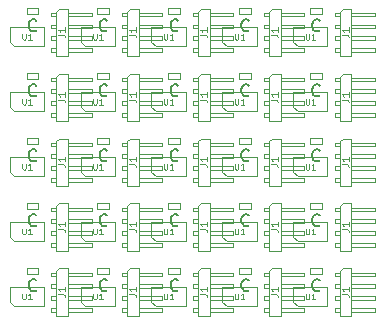
<source format=gbr>
G04 #@! TF.GenerationSoftware,KiCad,Pcbnew,5.0.2-bee76a0~70~ubuntu18.04.1*
G04 #@! TF.CreationDate,2019-03-02T12:35:57+01:00*
G04 #@! TF.ProjectId,3D_magnetic_board_5x5_panel,33445f6d-6167-46e6-9574-69635f626f61,rev?*
G04 #@! TF.SameCoordinates,Original*
G04 #@! TF.FileFunction,Other,Fab,Top*
%FSLAX46Y46*%
G04 Gerber Fmt 4.6, Leading zero omitted, Abs format (unit mm)*
G04 Created by KiCad (PCBNEW 5.0.2-bee76a0~70~ubuntu18.04.1) date Sa 02 Mär 2019 12:35:57 CET*
%MOMM*%
%LPD*%
G01*
G04 APERTURE LIST*
%ADD10C,0.100000*%
%ADD11C,0.150000*%
%ADD12C,0.075000*%
%ADD13C,0.090000*%
G04 APERTURE END LIST*
D10*
G04 #@! TO.C,C1*
X134200000Y-114000000D02*
X135200000Y-114000000D01*
X135200000Y-114000000D02*
X135200000Y-114500000D01*
X135200000Y-114500000D02*
X134200000Y-114500000D01*
X134200000Y-114500000D02*
X134200000Y-114000000D01*
X128200000Y-114000000D02*
X129200000Y-114000000D01*
X129200000Y-114000000D02*
X129200000Y-114500000D01*
X129200000Y-114500000D02*
X128200000Y-114500000D01*
X128200000Y-114500000D02*
X128200000Y-114000000D01*
X122200000Y-114000000D02*
X123200000Y-114000000D01*
X123200000Y-114000000D02*
X123200000Y-114500000D01*
X123200000Y-114500000D02*
X122200000Y-114500000D01*
X122200000Y-114500000D02*
X122200000Y-114000000D01*
X116200000Y-114000000D02*
X117200000Y-114000000D01*
X117200000Y-114000000D02*
X117200000Y-114500000D01*
X117200000Y-114500000D02*
X116200000Y-114500000D01*
X116200000Y-114500000D02*
X116200000Y-114000000D01*
X110200000Y-114000000D02*
X111200000Y-114000000D01*
X111200000Y-114000000D02*
X111200000Y-114500000D01*
X111200000Y-114500000D02*
X110200000Y-114500000D01*
X110200000Y-114500000D02*
X110200000Y-114000000D01*
X134200000Y-108500000D02*
X135200000Y-108500000D01*
X135200000Y-108500000D02*
X135200000Y-109000000D01*
X135200000Y-109000000D02*
X134200000Y-109000000D01*
X134200000Y-109000000D02*
X134200000Y-108500000D01*
X128200000Y-108500000D02*
X129200000Y-108500000D01*
X129200000Y-108500000D02*
X129200000Y-109000000D01*
X129200000Y-109000000D02*
X128200000Y-109000000D01*
X128200000Y-109000000D02*
X128200000Y-108500000D01*
X122200000Y-108500000D02*
X123200000Y-108500000D01*
X123200000Y-108500000D02*
X123200000Y-109000000D01*
X123200000Y-109000000D02*
X122200000Y-109000000D01*
X122200000Y-109000000D02*
X122200000Y-108500000D01*
X116200000Y-108500000D02*
X117200000Y-108500000D01*
X117200000Y-108500000D02*
X117200000Y-109000000D01*
X117200000Y-109000000D02*
X116200000Y-109000000D01*
X116200000Y-109000000D02*
X116200000Y-108500000D01*
X110200000Y-108500000D02*
X111200000Y-108500000D01*
X111200000Y-108500000D02*
X111200000Y-109000000D01*
X111200000Y-109000000D02*
X110200000Y-109000000D01*
X110200000Y-109000000D02*
X110200000Y-108500000D01*
X134200000Y-103000000D02*
X135200000Y-103000000D01*
X135200000Y-103000000D02*
X135200000Y-103500000D01*
X135200000Y-103500000D02*
X134200000Y-103500000D01*
X134200000Y-103500000D02*
X134200000Y-103000000D01*
X128200000Y-103000000D02*
X129200000Y-103000000D01*
X129200000Y-103000000D02*
X129200000Y-103500000D01*
X129200000Y-103500000D02*
X128200000Y-103500000D01*
X128200000Y-103500000D02*
X128200000Y-103000000D01*
X122200000Y-103000000D02*
X123200000Y-103000000D01*
X123200000Y-103000000D02*
X123200000Y-103500000D01*
X123200000Y-103500000D02*
X122200000Y-103500000D01*
X122200000Y-103500000D02*
X122200000Y-103000000D01*
X116200000Y-103000000D02*
X117200000Y-103000000D01*
X117200000Y-103000000D02*
X117200000Y-103500000D01*
X117200000Y-103500000D02*
X116200000Y-103500000D01*
X116200000Y-103500000D02*
X116200000Y-103000000D01*
X110200000Y-103000000D02*
X111200000Y-103000000D01*
X111200000Y-103000000D02*
X111200000Y-103500000D01*
X111200000Y-103500000D02*
X110200000Y-103500000D01*
X110200000Y-103500000D02*
X110200000Y-103000000D01*
X134200000Y-97500000D02*
X135200000Y-97500000D01*
X135200000Y-97500000D02*
X135200000Y-98000000D01*
X135200000Y-98000000D02*
X134200000Y-98000000D01*
X134200000Y-98000000D02*
X134200000Y-97500000D01*
X128200000Y-97500000D02*
X129200000Y-97500000D01*
X129200000Y-97500000D02*
X129200000Y-98000000D01*
X129200000Y-98000000D02*
X128200000Y-98000000D01*
X128200000Y-98000000D02*
X128200000Y-97500000D01*
X122200000Y-97500000D02*
X123200000Y-97500000D01*
X123200000Y-97500000D02*
X123200000Y-98000000D01*
X123200000Y-98000000D02*
X122200000Y-98000000D01*
X122200000Y-98000000D02*
X122200000Y-97500000D01*
X116200000Y-97500000D02*
X117200000Y-97500000D01*
X117200000Y-97500000D02*
X117200000Y-98000000D01*
X117200000Y-98000000D02*
X116200000Y-98000000D01*
X116200000Y-98000000D02*
X116200000Y-97500000D01*
X110200000Y-97500000D02*
X111200000Y-97500000D01*
X111200000Y-97500000D02*
X111200000Y-98000000D01*
X111200000Y-98000000D02*
X110200000Y-98000000D01*
X110200000Y-98000000D02*
X110200000Y-97500000D01*
X134200000Y-92000000D02*
X135200000Y-92000000D01*
X135200000Y-92000000D02*
X135200000Y-92500000D01*
X135200000Y-92500000D02*
X134200000Y-92500000D01*
X134200000Y-92500000D02*
X134200000Y-92000000D01*
X128200000Y-92000000D02*
X129200000Y-92000000D01*
X129200000Y-92000000D02*
X129200000Y-92500000D01*
X129200000Y-92500000D02*
X128200000Y-92500000D01*
X128200000Y-92500000D02*
X128200000Y-92000000D01*
X122200000Y-92000000D02*
X123200000Y-92000000D01*
X123200000Y-92000000D02*
X123200000Y-92500000D01*
X123200000Y-92500000D02*
X122200000Y-92500000D01*
X122200000Y-92500000D02*
X122200000Y-92000000D01*
X116200000Y-92000000D02*
X117200000Y-92000000D01*
X117200000Y-92000000D02*
X117200000Y-92500000D01*
X117200000Y-92500000D02*
X116200000Y-92500000D01*
X116200000Y-92500000D02*
X116200000Y-92000000D01*
G04 #@! TO.C,U1*
X132775000Y-115650000D02*
X135675000Y-115650000D01*
X135675000Y-115650000D02*
X135675000Y-117250000D01*
X133175000Y-117250000D02*
X135675000Y-117250000D01*
X132775000Y-115650000D02*
X132775000Y-116850000D01*
X133175000Y-117250000D02*
X132775000Y-116850000D01*
X126775000Y-115650000D02*
X129675000Y-115650000D01*
X129675000Y-115650000D02*
X129675000Y-117250000D01*
X127175000Y-117250000D02*
X129675000Y-117250000D01*
X126775000Y-115650000D02*
X126775000Y-116850000D01*
X127175000Y-117250000D02*
X126775000Y-116850000D01*
X120775000Y-115650000D02*
X123675000Y-115650000D01*
X123675000Y-115650000D02*
X123675000Y-117250000D01*
X121175000Y-117250000D02*
X123675000Y-117250000D01*
X120775000Y-115650000D02*
X120775000Y-116850000D01*
X121175000Y-117250000D02*
X120775000Y-116850000D01*
X114775000Y-115650000D02*
X117675000Y-115650000D01*
X117675000Y-115650000D02*
X117675000Y-117250000D01*
X115175000Y-117250000D02*
X117675000Y-117250000D01*
X114775000Y-115650000D02*
X114775000Y-116850000D01*
X115175000Y-117250000D02*
X114775000Y-116850000D01*
X108775000Y-115650000D02*
X111675000Y-115650000D01*
X111675000Y-115650000D02*
X111675000Y-117250000D01*
X109175000Y-117250000D02*
X111675000Y-117250000D01*
X108775000Y-115650000D02*
X108775000Y-116850000D01*
X109175000Y-117250000D02*
X108775000Y-116850000D01*
X132775000Y-110150000D02*
X135675000Y-110150000D01*
X135675000Y-110150000D02*
X135675000Y-111750000D01*
X133175000Y-111750000D02*
X135675000Y-111750000D01*
X132775000Y-110150000D02*
X132775000Y-111350000D01*
X133175000Y-111750000D02*
X132775000Y-111350000D01*
X126775000Y-110150000D02*
X129675000Y-110150000D01*
X129675000Y-110150000D02*
X129675000Y-111750000D01*
X127175000Y-111750000D02*
X129675000Y-111750000D01*
X126775000Y-110150000D02*
X126775000Y-111350000D01*
X127175000Y-111750000D02*
X126775000Y-111350000D01*
X120775000Y-110150000D02*
X123675000Y-110150000D01*
X123675000Y-110150000D02*
X123675000Y-111750000D01*
X121175000Y-111750000D02*
X123675000Y-111750000D01*
X120775000Y-110150000D02*
X120775000Y-111350000D01*
X121175000Y-111750000D02*
X120775000Y-111350000D01*
X114775000Y-110150000D02*
X117675000Y-110150000D01*
X117675000Y-110150000D02*
X117675000Y-111750000D01*
X115175000Y-111750000D02*
X117675000Y-111750000D01*
X114775000Y-110150000D02*
X114775000Y-111350000D01*
X115175000Y-111750000D02*
X114775000Y-111350000D01*
X108775000Y-110150000D02*
X111675000Y-110150000D01*
X111675000Y-110150000D02*
X111675000Y-111750000D01*
X109175000Y-111750000D02*
X111675000Y-111750000D01*
X108775000Y-110150000D02*
X108775000Y-111350000D01*
X109175000Y-111750000D02*
X108775000Y-111350000D01*
X132775000Y-104650000D02*
X135675000Y-104650000D01*
X135675000Y-104650000D02*
X135675000Y-106250000D01*
X133175000Y-106250000D02*
X135675000Y-106250000D01*
X132775000Y-104650000D02*
X132775000Y-105850000D01*
X133175000Y-106250000D02*
X132775000Y-105850000D01*
X126775000Y-104650000D02*
X129675000Y-104650000D01*
X129675000Y-104650000D02*
X129675000Y-106250000D01*
X127175000Y-106250000D02*
X129675000Y-106250000D01*
X126775000Y-104650000D02*
X126775000Y-105850000D01*
X127175000Y-106250000D02*
X126775000Y-105850000D01*
X120775000Y-104650000D02*
X123675000Y-104650000D01*
X123675000Y-104650000D02*
X123675000Y-106250000D01*
X121175000Y-106250000D02*
X123675000Y-106250000D01*
X120775000Y-104650000D02*
X120775000Y-105850000D01*
X121175000Y-106250000D02*
X120775000Y-105850000D01*
X114775000Y-104650000D02*
X117675000Y-104650000D01*
X117675000Y-104650000D02*
X117675000Y-106250000D01*
X115175000Y-106250000D02*
X117675000Y-106250000D01*
X114775000Y-104650000D02*
X114775000Y-105850000D01*
X115175000Y-106250000D02*
X114775000Y-105850000D01*
X108775000Y-104650000D02*
X111675000Y-104650000D01*
X111675000Y-104650000D02*
X111675000Y-106250000D01*
X109175000Y-106250000D02*
X111675000Y-106250000D01*
X108775000Y-104650000D02*
X108775000Y-105850000D01*
X109175000Y-106250000D02*
X108775000Y-105850000D01*
X132775000Y-99150000D02*
X135675000Y-99150000D01*
X135675000Y-99150000D02*
X135675000Y-100750000D01*
X133175000Y-100750000D02*
X135675000Y-100750000D01*
X132775000Y-99150000D02*
X132775000Y-100350000D01*
X133175000Y-100750000D02*
X132775000Y-100350000D01*
X126775000Y-99150000D02*
X129675000Y-99150000D01*
X129675000Y-99150000D02*
X129675000Y-100750000D01*
X127175000Y-100750000D02*
X129675000Y-100750000D01*
X126775000Y-99150000D02*
X126775000Y-100350000D01*
X127175000Y-100750000D02*
X126775000Y-100350000D01*
X120775000Y-99150000D02*
X123675000Y-99150000D01*
X123675000Y-99150000D02*
X123675000Y-100750000D01*
X121175000Y-100750000D02*
X123675000Y-100750000D01*
X120775000Y-99150000D02*
X120775000Y-100350000D01*
X121175000Y-100750000D02*
X120775000Y-100350000D01*
X114775000Y-99150000D02*
X117675000Y-99150000D01*
X117675000Y-99150000D02*
X117675000Y-100750000D01*
X115175000Y-100750000D02*
X117675000Y-100750000D01*
X114775000Y-99150000D02*
X114775000Y-100350000D01*
X115175000Y-100750000D02*
X114775000Y-100350000D01*
X108775000Y-99150000D02*
X111675000Y-99150000D01*
X111675000Y-99150000D02*
X111675000Y-100750000D01*
X109175000Y-100750000D02*
X111675000Y-100750000D01*
X108775000Y-99150000D02*
X108775000Y-100350000D01*
X109175000Y-100750000D02*
X108775000Y-100350000D01*
X132775000Y-93650000D02*
X135675000Y-93650000D01*
X135675000Y-93650000D02*
X135675000Y-95250000D01*
X133175000Y-95250000D02*
X135675000Y-95250000D01*
X132775000Y-93650000D02*
X132775000Y-94850000D01*
X133175000Y-95250000D02*
X132775000Y-94850000D01*
X126775000Y-93650000D02*
X129675000Y-93650000D01*
X129675000Y-93650000D02*
X129675000Y-95250000D01*
X127175000Y-95250000D02*
X129675000Y-95250000D01*
X126775000Y-93650000D02*
X126775000Y-94850000D01*
X127175000Y-95250000D02*
X126775000Y-94850000D01*
X120775000Y-93650000D02*
X123675000Y-93650000D01*
X123675000Y-93650000D02*
X123675000Y-95250000D01*
X121175000Y-95250000D02*
X123675000Y-95250000D01*
X120775000Y-93650000D02*
X120775000Y-94850000D01*
X121175000Y-95250000D02*
X120775000Y-94850000D01*
X114775000Y-93650000D02*
X117675000Y-93650000D01*
X117675000Y-93650000D02*
X117675000Y-95250000D01*
X115175000Y-95250000D02*
X117675000Y-95250000D01*
X114775000Y-93650000D02*
X114775000Y-94850000D01*
X115175000Y-95250000D02*
X114775000Y-94850000D01*
G04 #@! TO.C,J1*
X137700000Y-117700000D02*
X139700000Y-117700000D01*
X139700000Y-117400000D02*
X139700000Y-117700000D01*
X137700000Y-117400000D02*
X139700000Y-117400000D01*
X136300000Y-117700000D02*
X136700000Y-117700000D01*
X136300000Y-117400000D02*
X136300000Y-117700000D01*
X136300000Y-117400000D02*
X136700000Y-117400000D01*
X137700000Y-116700000D02*
X139700000Y-116700000D01*
X139700000Y-116400000D02*
X139700000Y-116700000D01*
X137700000Y-116400000D02*
X139700000Y-116400000D01*
X136300000Y-116700000D02*
X136700000Y-116700000D01*
X136300000Y-116400000D02*
X136300000Y-116700000D01*
X136300000Y-116400000D02*
X136700000Y-116400000D01*
X137700000Y-115700000D02*
X139700000Y-115700000D01*
X139700000Y-115400000D02*
X139700000Y-115700000D01*
X137700000Y-115400000D02*
X139700000Y-115400000D01*
X136300000Y-115700000D02*
X136700000Y-115700000D01*
X136300000Y-115400000D02*
X136300000Y-115700000D01*
X136300000Y-115400000D02*
X136700000Y-115400000D01*
X137700000Y-114700000D02*
X139700000Y-114700000D01*
X139700000Y-114400000D02*
X139700000Y-114700000D01*
X137700000Y-114400000D02*
X139700000Y-114400000D01*
X136300000Y-114700000D02*
X136700000Y-114700000D01*
X136300000Y-114400000D02*
X136300000Y-114700000D01*
X136300000Y-114400000D02*
X136700000Y-114400000D01*
X136700000Y-114300000D02*
X136950000Y-114050000D01*
X136700000Y-118050000D02*
X136700000Y-114300000D01*
X137700000Y-118050000D02*
X136700000Y-118050000D01*
X137700000Y-114050000D02*
X137700000Y-118050000D01*
X136950000Y-114050000D02*
X137700000Y-114050000D01*
X131700000Y-117700000D02*
X133700000Y-117700000D01*
X133700000Y-117400000D02*
X133700000Y-117700000D01*
X131700000Y-117400000D02*
X133700000Y-117400000D01*
X130300000Y-117700000D02*
X130700000Y-117700000D01*
X130300000Y-117400000D02*
X130300000Y-117700000D01*
X130300000Y-117400000D02*
X130700000Y-117400000D01*
X131700000Y-116700000D02*
X133700000Y-116700000D01*
X133700000Y-116400000D02*
X133700000Y-116700000D01*
X131700000Y-116400000D02*
X133700000Y-116400000D01*
X130300000Y-116700000D02*
X130700000Y-116700000D01*
X130300000Y-116400000D02*
X130300000Y-116700000D01*
X130300000Y-116400000D02*
X130700000Y-116400000D01*
X131700000Y-115700000D02*
X133700000Y-115700000D01*
X133700000Y-115400000D02*
X133700000Y-115700000D01*
X131700000Y-115400000D02*
X133700000Y-115400000D01*
X130300000Y-115700000D02*
X130700000Y-115700000D01*
X130300000Y-115400000D02*
X130300000Y-115700000D01*
X130300000Y-115400000D02*
X130700000Y-115400000D01*
X131700000Y-114700000D02*
X133700000Y-114700000D01*
X133700000Y-114400000D02*
X133700000Y-114700000D01*
X131700000Y-114400000D02*
X133700000Y-114400000D01*
X130300000Y-114700000D02*
X130700000Y-114700000D01*
X130300000Y-114400000D02*
X130300000Y-114700000D01*
X130300000Y-114400000D02*
X130700000Y-114400000D01*
X130700000Y-114300000D02*
X130950000Y-114050000D01*
X130700000Y-118050000D02*
X130700000Y-114300000D01*
X131700000Y-118050000D02*
X130700000Y-118050000D01*
X131700000Y-114050000D02*
X131700000Y-118050000D01*
X130950000Y-114050000D02*
X131700000Y-114050000D01*
X125700000Y-117700000D02*
X127700000Y-117700000D01*
X127700000Y-117400000D02*
X127700000Y-117700000D01*
X125700000Y-117400000D02*
X127700000Y-117400000D01*
X124300000Y-117700000D02*
X124700000Y-117700000D01*
X124300000Y-117400000D02*
X124300000Y-117700000D01*
X124300000Y-117400000D02*
X124700000Y-117400000D01*
X125700000Y-116700000D02*
X127700000Y-116700000D01*
X127700000Y-116400000D02*
X127700000Y-116700000D01*
X125700000Y-116400000D02*
X127700000Y-116400000D01*
X124300000Y-116700000D02*
X124700000Y-116700000D01*
X124300000Y-116400000D02*
X124300000Y-116700000D01*
X124300000Y-116400000D02*
X124700000Y-116400000D01*
X125700000Y-115700000D02*
X127700000Y-115700000D01*
X127700000Y-115400000D02*
X127700000Y-115700000D01*
X125700000Y-115400000D02*
X127700000Y-115400000D01*
X124300000Y-115700000D02*
X124700000Y-115700000D01*
X124300000Y-115400000D02*
X124300000Y-115700000D01*
X124300000Y-115400000D02*
X124700000Y-115400000D01*
X125700000Y-114700000D02*
X127700000Y-114700000D01*
X127700000Y-114400000D02*
X127700000Y-114700000D01*
X125700000Y-114400000D02*
X127700000Y-114400000D01*
X124300000Y-114700000D02*
X124700000Y-114700000D01*
X124300000Y-114400000D02*
X124300000Y-114700000D01*
X124300000Y-114400000D02*
X124700000Y-114400000D01*
X124700000Y-114300000D02*
X124950000Y-114050000D01*
X124700000Y-118050000D02*
X124700000Y-114300000D01*
X125700000Y-118050000D02*
X124700000Y-118050000D01*
X125700000Y-114050000D02*
X125700000Y-118050000D01*
X124950000Y-114050000D02*
X125700000Y-114050000D01*
X119700000Y-117700000D02*
X121700000Y-117700000D01*
X121700000Y-117400000D02*
X121700000Y-117700000D01*
X119700000Y-117400000D02*
X121700000Y-117400000D01*
X118300000Y-117700000D02*
X118700000Y-117700000D01*
X118300000Y-117400000D02*
X118300000Y-117700000D01*
X118300000Y-117400000D02*
X118700000Y-117400000D01*
X119700000Y-116700000D02*
X121700000Y-116700000D01*
X121700000Y-116400000D02*
X121700000Y-116700000D01*
X119700000Y-116400000D02*
X121700000Y-116400000D01*
X118300000Y-116700000D02*
X118700000Y-116700000D01*
X118300000Y-116400000D02*
X118300000Y-116700000D01*
X118300000Y-116400000D02*
X118700000Y-116400000D01*
X119700000Y-115700000D02*
X121700000Y-115700000D01*
X121700000Y-115400000D02*
X121700000Y-115700000D01*
X119700000Y-115400000D02*
X121700000Y-115400000D01*
X118300000Y-115700000D02*
X118700000Y-115700000D01*
X118300000Y-115400000D02*
X118300000Y-115700000D01*
X118300000Y-115400000D02*
X118700000Y-115400000D01*
X119700000Y-114700000D02*
X121700000Y-114700000D01*
X121700000Y-114400000D02*
X121700000Y-114700000D01*
X119700000Y-114400000D02*
X121700000Y-114400000D01*
X118300000Y-114700000D02*
X118700000Y-114700000D01*
X118300000Y-114400000D02*
X118300000Y-114700000D01*
X118300000Y-114400000D02*
X118700000Y-114400000D01*
X118700000Y-114300000D02*
X118950000Y-114050000D01*
X118700000Y-118050000D02*
X118700000Y-114300000D01*
X119700000Y-118050000D02*
X118700000Y-118050000D01*
X119700000Y-114050000D02*
X119700000Y-118050000D01*
X118950000Y-114050000D02*
X119700000Y-114050000D01*
X113700000Y-117700000D02*
X115700000Y-117700000D01*
X115700000Y-117400000D02*
X115700000Y-117700000D01*
X113700000Y-117400000D02*
X115700000Y-117400000D01*
X112300000Y-117700000D02*
X112700000Y-117700000D01*
X112300000Y-117400000D02*
X112300000Y-117700000D01*
X112300000Y-117400000D02*
X112700000Y-117400000D01*
X113700000Y-116700000D02*
X115700000Y-116700000D01*
X115700000Y-116400000D02*
X115700000Y-116700000D01*
X113700000Y-116400000D02*
X115700000Y-116400000D01*
X112300000Y-116700000D02*
X112700000Y-116700000D01*
X112300000Y-116400000D02*
X112300000Y-116700000D01*
X112300000Y-116400000D02*
X112700000Y-116400000D01*
X113700000Y-115700000D02*
X115700000Y-115700000D01*
X115700000Y-115400000D02*
X115700000Y-115700000D01*
X113700000Y-115400000D02*
X115700000Y-115400000D01*
X112300000Y-115700000D02*
X112700000Y-115700000D01*
X112300000Y-115400000D02*
X112300000Y-115700000D01*
X112300000Y-115400000D02*
X112700000Y-115400000D01*
X113700000Y-114700000D02*
X115700000Y-114700000D01*
X115700000Y-114400000D02*
X115700000Y-114700000D01*
X113700000Y-114400000D02*
X115700000Y-114400000D01*
X112300000Y-114700000D02*
X112700000Y-114700000D01*
X112300000Y-114400000D02*
X112300000Y-114700000D01*
X112300000Y-114400000D02*
X112700000Y-114400000D01*
X112700000Y-114300000D02*
X112950000Y-114050000D01*
X112700000Y-118050000D02*
X112700000Y-114300000D01*
X113700000Y-118050000D02*
X112700000Y-118050000D01*
X113700000Y-114050000D02*
X113700000Y-118050000D01*
X112950000Y-114050000D02*
X113700000Y-114050000D01*
X137700000Y-112200000D02*
X139700000Y-112200000D01*
X139700000Y-111900000D02*
X139700000Y-112200000D01*
X137700000Y-111900000D02*
X139700000Y-111900000D01*
X136300000Y-112200000D02*
X136700000Y-112200000D01*
X136300000Y-111900000D02*
X136300000Y-112200000D01*
X136300000Y-111900000D02*
X136700000Y-111900000D01*
X137700000Y-111200000D02*
X139700000Y-111200000D01*
X139700000Y-110900000D02*
X139700000Y-111200000D01*
X137700000Y-110900000D02*
X139700000Y-110900000D01*
X136300000Y-111200000D02*
X136700000Y-111200000D01*
X136300000Y-110900000D02*
X136300000Y-111200000D01*
X136300000Y-110900000D02*
X136700000Y-110900000D01*
X137700000Y-110200000D02*
X139700000Y-110200000D01*
X139700000Y-109900000D02*
X139700000Y-110200000D01*
X137700000Y-109900000D02*
X139700000Y-109900000D01*
X136300000Y-110200000D02*
X136700000Y-110200000D01*
X136300000Y-109900000D02*
X136300000Y-110200000D01*
X136300000Y-109900000D02*
X136700000Y-109900000D01*
X137700000Y-109200000D02*
X139700000Y-109200000D01*
X139700000Y-108900000D02*
X139700000Y-109200000D01*
X137700000Y-108900000D02*
X139700000Y-108900000D01*
X136300000Y-109200000D02*
X136700000Y-109200000D01*
X136300000Y-108900000D02*
X136300000Y-109200000D01*
X136300000Y-108900000D02*
X136700000Y-108900000D01*
X136700000Y-108800000D02*
X136950000Y-108550000D01*
X136700000Y-112550000D02*
X136700000Y-108800000D01*
X137700000Y-112550000D02*
X136700000Y-112550000D01*
X137700000Y-108550000D02*
X137700000Y-112550000D01*
X136950000Y-108550000D02*
X137700000Y-108550000D01*
X131700000Y-112200000D02*
X133700000Y-112200000D01*
X133700000Y-111900000D02*
X133700000Y-112200000D01*
X131700000Y-111900000D02*
X133700000Y-111900000D01*
X130300000Y-112200000D02*
X130700000Y-112200000D01*
X130300000Y-111900000D02*
X130300000Y-112200000D01*
X130300000Y-111900000D02*
X130700000Y-111900000D01*
X131700000Y-111200000D02*
X133700000Y-111200000D01*
X133700000Y-110900000D02*
X133700000Y-111200000D01*
X131700000Y-110900000D02*
X133700000Y-110900000D01*
X130300000Y-111200000D02*
X130700000Y-111200000D01*
X130300000Y-110900000D02*
X130300000Y-111200000D01*
X130300000Y-110900000D02*
X130700000Y-110900000D01*
X131700000Y-110200000D02*
X133700000Y-110200000D01*
X133700000Y-109900000D02*
X133700000Y-110200000D01*
X131700000Y-109900000D02*
X133700000Y-109900000D01*
X130300000Y-110200000D02*
X130700000Y-110200000D01*
X130300000Y-109900000D02*
X130300000Y-110200000D01*
X130300000Y-109900000D02*
X130700000Y-109900000D01*
X131700000Y-109200000D02*
X133700000Y-109200000D01*
X133700000Y-108900000D02*
X133700000Y-109200000D01*
X131700000Y-108900000D02*
X133700000Y-108900000D01*
X130300000Y-109200000D02*
X130700000Y-109200000D01*
X130300000Y-108900000D02*
X130300000Y-109200000D01*
X130300000Y-108900000D02*
X130700000Y-108900000D01*
X130700000Y-108800000D02*
X130950000Y-108550000D01*
X130700000Y-112550000D02*
X130700000Y-108800000D01*
X131700000Y-112550000D02*
X130700000Y-112550000D01*
X131700000Y-108550000D02*
X131700000Y-112550000D01*
X130950000Y-108550000D02*
X131700000Y-108550000D01*
X125700000Y-112200000D02*
X127700000Y-112200000D01*
X127700000Y-111900000D02*
X127700000Y-112200000D01*
X125700000Y-111900000D02*
X127700000Y-111900000D01*
X124300000Y-112200000D02*
X124700000Y-112200000D01*
X124300000Y-111900000D02*
X124300000Y-112200000D01*
X124300000Y-111900000D02*
X124700000Y-111900000D01*
X125700000Y-111200000D02*
X127700000Y-111200000D01*
X127700000Y-110900000D02*
X127700000Y-111200000D01*
X125700000Y-110900000D02*
X127700000Y-110900000D01*
X124300000Y-111200000D02*
X124700000Y-111200000D01*
X124300000Y-110900000D02*
X124300000Y-111200000D01*
X124300000Y-110900000D02*
X124700000Y-110900000D01*
X125700000Y-110200000D02*
X127700000Y-110200000D01*
X127700000Y-109900000D02*
X127700000Y-110200000D01*
X125700000Y-109900000D02*
X127700000Y-109900000D01*
X124300000Y-110200000D02*
X124700000Y-110200000D01*
X124300000Y-109900000D02*
X124300000Y-110200000D01*
X124300000Y-109900000D02*
X124700000Y-109900000D01*
X125700000Y-109200000D02*
X127700000Y-109200000D01*
X127700000Y-108900000D02*
X127700000Y-109200000D01*
X125700000Y-108900000D02*
X127700000Y-108900000D01*
X124300000Y-109200000D02*
X124700000Y-109200000D01*
X124300000Y-108900000D02*
X124300000Y-109200000D01*
X124300000Y-108900000D02*
X124700000Y-108900000D01*
X124700000Y-108800000D02*
X124950000Y-108550000D01*
X124700000Y-112550000D02*
X124700000Y-108800000D01*
X125700000Y-112550000D02*
X124700000Y-112550000D01*
X125700000Y-108550000D02*
X125700000Y-112550000D01*
X124950000Y-108550000D02*
X125700000Y-108550000D01*
X119700000Y-112200000D02*
X121700000Y-112200000D01*
X121700000Y-111900000D02*
X121700000Y-112200000D01*
X119700000Y-111900000D02*
X121700000Y-111900000D01*
X118300000Y-112200000D02*
X118700000Y-112200000D01*
X118300000Y-111900000D02*
X118300000Y-112200000D01*
X118300000Y-111900000D02*
X118700000Y-111900000D01*
X119700000Y-111200000D02*
X121700000Y-111200000D01*
X121700000Y-110900000D02*
X121700000Y-111200000D01*
X119700000Y-110900000D02*
X121700000Y-110900000D01*
X118300000Y-111200000D02*
X118700000Y-111200000D01*
X118300000Y-110900000D02*
X118300000Y-111200000D01*
X118300000Y-110900000D02*
X118700000Y-110900000D01*
X119700000Y-110200000D02*
X121700000Y-110200000D01*
X121700000Y-109900000D02*
X121700000Y-110200000D01*
X119700000Y-109900000D02*
X121700000Y-109900000D01*
X118300000Y-110200000D02*
X118700000Y-110200000D01*
X118300000Y-109900000D02*
X118300000Y-110200000D01*
X118300000Y-109900000D02*
X118700000Y-109900000D01*
X119700000Y-109200000D02*
X121700000Y-109200000D01*
X121700000Y-108900000D02*
X121700000Y-109200000D01*
X119700000Y-108900000D02*
X121700000Y-108900000D01*
X118300000Y-109200000D02*
X118700000Y-109200000D01*
X118300000Y-108900000D02*
X118300000Y-109200000D01*
X118300000Y-108900000D02*
X118700000Y-108900000D01*
X118700000Y-108800000D02*
X118950000Y-108550000D01*
X118700000Y-112550000D02*
X118700000Y-108800000D01*
X119700000Y-112550000D02*
X118700000Y-112550000D01*
X119700000Y-108550000D02*
X119700000Y-112550000D01*
X118950000Y-108550000D02*
X119700000Y-108550000D01*
X113700000Y-112200000D02*
X115700000Y-112200000D01*
X115700000Y-111900000D02*
X115700000Y-112200000D01*
X113700000Y-111900000D02*
X115700000Y-111900000D01*
X112300000Y-112200000D02*
X112700000Y-112200000D01*
X112300000Y-111900000D02*
X112300000Y-112200000D01*
X112300000Y-111900000D02*
X112700000Y-111900000D01*
X113700000Y-111200000D02*
X115700000Y-111200000D01*
X115700000Y-110900000D02*
X115700000Y-111200000D01*
X113700000Y-110900000D02*
X115700000Y-110900000D01*
X112300000Y-111200000D02*
X112700000Y-111200000D01*
X112300000Y-110900000D02*
X112300000Y-111200000D01*
X112300000Y-110900000D02*
X112700000Y-110900000D01*
X113700000Y-110200000D02*
X115700000Y-110200000D01*
X115700000Y-109900000D02*
X115700000Y-110200000D01*
X113700000Y-109900000D02*
X115700000Y-109900000D01*
X112300000Y-110200000D02*
X112700000Y-110200000D01*
X112300000Y-109900000D02*
X112300000Y-110200000D01*
X112300000Y-109900000D02*
X112700000Y-109900000D01*
X113700000Y-109200000D02*
X115700000Y-109200000D01*
X115700000Y-108900000D02*
X115700000Y-109200000D01*
X113700000Y-108900000D02*
X115700000Y-108900000D01*
X112300000Y-109200000D02*
X112700000Y-109200000D01*
X112300000Y-108900000D02*
X112300000Y-109200000D01*
X112300000Y-108900000D02*
X112700000Y-108900000D01*
X112700000Y-108800000D02*
X112950000Y-108550000D01*
X112700000Y-112550000D02*
X112700000Y-108800000D01*
X113700000Y-112550000D02*
X112700000Y-112550000D01*
X113700000Y-108550000D02*
X113700000Y-112550000D01*
X112950000Y-108550000D02*
X113700000Y-108550000D01*
X137700000Y-106700000D02*
X139700000Y-106700000D01*
X139700000Y-106400000D02*
X139700000Y-106700000D01*
X137700000Y-106400000D02*
X139700000Y-106400000D01*
X136300000Y-106700000D02*
X136700000Y-106700000D01*
X136300000Y-106400000D02*
X136300000Y-106700000D01*
X136300000Y-106400000D02*
X136700000Y-106400000D01*
X137700000Y-105700000D02*
X139700000Y-105700000D01*
X139700000Y-105400000D02*
X139700000Y-105700000D01*
X137700000Y-105400000D02*
X139700000Y-105400000D01*
X136300000Y-105700000D02*
X136700000Y-105700000D01*
X136300000Y-105400000D02*
X136300000Y-105700000D01*
X136300000Y-105400000D02*
X136700000Y-105400000D01*
X137700000Y-104700000D02*
X139700000Y-104700000D01*
X139700000Y-104400000D02*
X139700000Y-104700000D01*
X137700000Y-104400000D02*
X139700000Y-104400000D01*
X136300000Y-104700000D02*
X136700000Y-104700000D01*
X136300000Y-104400000D02*
X136300000Y-104700000D01*
X136300000Y-104400000D02*
X136700000Y-104400000D01*
X137700000Y-103700000D02*
X139700000Y-103700000D01*
X139700000Y-103400000D02*
X139700000Y-103700000D01*
X137700000Y-103400000D02*
X139700000Y-103400000D01*
X136300000Y-103700000D02*
X136700000Y-103700000D01*
X136300000Y-103400000D02*
X136300000Y-103700000D01*
X136300000Y-103400000D02*
X136700000Y-103400000D01*
X136700000Y-103300000D02*
X136950000Y-103050000D01*
X136700000Y-107050000D02*
X136700000Y-103300000D01*
X137700000Y-107050000D02*
X136700000Y-107050000D01*
X137700000Y-103050000D02*
X137700000Y-107050000D01*
X136950000Y-103050000D02*
X137700000Y-103050000D01*
X131700000Y-106700000D02*
X133700000Y-106700000D01*
X133700000Y-106400000D02*
X133700000Y-106700000D01*
X131700000Y-106400000D02*
X133700000Y-106400000D01*
X130300000Y-106700000D02*
X130700000Y-106700000D01*
X130300000Y-106400000D02*
X130300000Y-106700000D01*
X130300000Y-106400000D02*
X130700000Y-106400000D01*
X131700000Y-105700000D02*
X133700000Y-105700000D01*
X133700000Y-105400000D02*
X133700000Y-105700000D01*
X131700000Y-105400000D02*
X133700000Y-105400000D01*
X130300000Y-105700000D02*
X130700000Y-105700000D01*
X130300000Y-105400000D02*
X130300000Y-105700000D01*
X130300000Y-105400000D02*
X130700000Y-105400000D01*
X131700000Y-104700000D02*
X133700000Y-104700000D01*
X133700000Y-104400000D02*
X133700000Y-104700000D01*
X131700000Y-104400000D02*
X133700000Y-104400000D01*
X130300000Y-104700000D02*
X130700000Y-104700000D01*
X130300000Y-104400000D02*
X130300000Y-104700000D01*
X130300000Y-104400000D02*
X130700000Y-104400000D01*
X131700000Y-103700000D02*
X133700000Y-103700000D01*
X133700000Y-103400000D02*
X133700000Y-103700000D01*
X131700000Y-103400000D02*
X133700000Y-103400000D01*
X130300000Y-103700000D02*
X130700000Y-103700000D01*
X130300000Y-103400000D02*
X130300000Y-103700000D01*
X130300000Y-103400000D02*
X130700000Y-103400000D01*
X130700000Y-103300000D02*
X130950000Y-103050000D01*
X130700000Y-107050000D02*
X130700000Y-103300000D01*
X131700000Y-107050000D02*
X130700000Y-107050000D01*
X131700000Y-103050000D02*
X131700000Y-107050000D01*
X130950000Y-103050000D02*
X131700000Y-103050000D01*
X125700000Y-106700000D02*
X127700000Y-106700000D01*
X127700000Y-106400000D02*
X127700000Y-106700000D01*
X125700000Y-106400000D02*
X127700000Y-106400000D01*
X124300000Y-106700000D02*
X124700000Y-106700000D01*
X124300000Y-106400000D02*
X124300000Y-106700000D01*
X124300000Y-106400000D02*
X124700000Y-106400000D01*
X125700000Y-105700000D02*
X127700000Y-105700000D01*
X127700000Y-105400000D02*
X127700000Y-105700000D01*
X125700000Y-105400000D02*
X127700000Y-105400000D01*
X124300000Y-105700000D02*
X124700000Y-105700000D01*
X124300000Y-105400000D02*
X124300000Y-105700000D01*
X124300000Y-105400000D02*
X124700000Y-105400000D01*
X125700000Y-104700000D02*
X127700000Y-104700000D01*
X127700000Y-104400000D02*
X127700000Y-104700000D01*
X125700000Y-104400000D02*
X127700000Y-104400000D01*
X124300000Y-104700000D02*
X124700000Y-104700000D01*
X124300000Y-104400000D02*
X124300000Y-104700000D01*
X124300000Y-104400000D02*
X124700000Y-104400000D01*
X125700000Y-103700000D02*
X127700000Y-103700000D01*
X127700000Y-103400000D02*
X127700000Y-103700000D01*
X125700000Y-103400000D02*
X127700000Y-103400000D01*
X124300000Y-103700000D02*
X124700000Y-103700000D01*
X124300000Y-103400000D02*
X124300000Y-103700000D01*
X124300000Y-103400000D02*
X124700000Y-103400000D01*
X124700000Y-103300000D02*
X124950000Y-103050000D01*
X124700000Y-107050000D02*
X124700000Y-103300000D01*
X125700000Y-107050000D02*
X124700000Y-107050000D01*
X125700000Y-103050000D02*
X125700000Y-107050000D01*
X124950000Y-103050000D02*
X125700000Y-103050000D01*
X119700000Y-106700000D02*
X121700000Y-106700000D01*
X121700000Y-106400000D02*
X121700000Y-106700000D01*
X119700000Y-106400000D02*
X121700000Y-106400000D01*
X118300000Y-106700000D02*
X118700000Y-106700000D01*
X118300000Y-106400000D02*
X118300000Y-106700000D01*
X118300000Y-106400000D02*
X118700000Y-106400000D01*
X119700000Y-105700000D02*
X121700000Y-105700000D01*
X121700000Y-105400000D02*
X121700000Y-105700000D01*
X119700000Y-105400000D02*
X121700000Y-105400000D01*
X118300000Y-105700000D02*
X118700000Y-105700000D01*
X118300000Y-105400000D02*
X118300000Y-105700000D01*
X118300000Y-105400000D02*
X118700000Y-105400000D01*
X119700000Y-104700000D02*
X121700000Y-104700000D01*
X121700000Y-104400000D02*
X121700000Y-104700000D01*
X119700000Y-104400000D02*
X121700000Y-104400000D01*
X118300000Y-104700000D02*
X118700000Y-104700000D01*
X118300000Y-104400000D02*
X118300000Y-104700000D01*
X118300000Y-104400000D02*
X118700000Y-104400000D01*
X119700000Y-103700000D02*
X121700000Y-103700000D01*
X121700000Y-103400000D02*
X121700000Y-103700000D01*
X119700000Y-103400000D02*
X121700000Y-103400000D01*
X118300000Y-103700000D02*
X118700000Y-103700000D01*
X118300000Y-103400000D02*
X118300000Y-103700000D01*
X118300000Y-103400000D02*
X118700000Y-103400000D01*
X118700000Y-103300000D02*
X118950000Y-103050000D01*
X118700000Y-107050000D02*
X118700000Y-103300000D01*
X119700000Y-107050000D02*
X118700000Y-107050000D01*
X119700000Y-103050000D02*
X119700000Y-107050000D01*
X118950000Y-103050000D02*
X119700000Y-103050000D01*
X113700000Y-106700000D02*
X115700000Y-106700000D01*
X115700000Y-106400000D02*
X115700000Y-106700000D01*
X113700000Y-106400000D02*
X115700000Y-106400000D01*
X112300000Y-106700000D02*
X112700000Y-106700000D01*
X112300000Y-106400000D02*
X112300000Y-106700000D01*
X112300000Y-106400000D02*
X112700000Y-106400000D01*
X113700000Y-105700000D02*
X115700000Y-105700000D01*
X115700000Y-105400000D02*
X115700000Y-105700000D01*
X113700000Y-105400000D02*
X115700000Y-105400000D01*
X112300000Y-105700000D02*
X112700000Y-105700000D01*
X112300000Y-105400000D02*
X112300000Y-105700000D01*
X112300000Y-105400000D02*
X112700000Y-105400000D01*
X113700000Y-104700000D02*
X115700000Y-104700000D01*
X115700000Y-104400000D02*
X115700000Y-104700000D01*
X113700000Y-104400000D02*
X115700000Y-104400000D01*
X112300000Y-104700000D02*
X112700000Y-104700000D01*
X112300000Y-104400000D02*
X112300000Y-104700000D01*
X112300000Y-104400000D02*
X112700000Y-104400000D01*
X113700000Y-103700000D02*
X115700000Y-103700000D01*
X115700000Y-103400000D02*
X115700000Y-103700000D01*
X113700000Y-103400000D02*
X115700000Y-103400000D01*
X112300000Y-103700000D02*
X112700000Y-103700000D01*
X112300000Y-103400000D02*
X112300000Y-103700000D01*
X112300000Y-103400000D02*
X112700000Y-103400000D01*
X112700000Y-103300000D02*
X112950000Y-103050000D01*
X112700000Y-107050000D02*
X112700000Y-103300000D01*
X113700000Y-107050000D02*
X112700000Y-107050000D01*
X113700000Y-103050000D02*
X113700000Y-107050000D01*
X112950000Y-103050000D02*
X113700000Y-103050000D01*
X137700000Y-101200000D02*
X139700000Y-101200000D01*
X139700000Y-100900000D02*
X139700000Y-101200000D01*
X137700000Y-100900000D02*
X139700000Y-100900000D01*
X136300000Y-101200000D02*
X136700000Y-101200000D01*
X136300000Y-100900000D02*
X136300000Y-101200000D01*
X136300000Y-100900000D02*
X136700000Y-100900000D01*
X137700000Y-100200000D02*
X139700000Y-100200000D01*
X139700000Y-99900000D02*
X139700000Y-100200000D01*
X137700000Y-99900000D02*
X139700000Y-99900000D01*
X136300000Y-100200000D02*
X136700000Y-100200000D01*
X136300000Y-99900000D02*
X136300000Y-100200000D01*
X136300000Y-99900000D02*
X136700000Y-99900000D01*
X137700000Y-99200000D02*
X139700000Y-99200000D01*
X139700000Y-98900000D02*
X139700000Y-99200000D01*
X137700000Y-98900000D02*
X139700000Y-98900000D01*
X136300000Y-99200000D02*
X136700000Y-99200000D01*
X136300000Y-98900000D02*
X136300000Y-99200000D01*
X136300000Y-98900000D02*
X136700000Y-98900000D01*
X137700000Y-98200000D02*
X139700000Y-98200000D01*
X139700000Y-97900000D02*
X139700000Y-98200000D01*
X137700000Y-97900000D02*
X139700000Y-97900000D01*
X136300000Y-98200000D02*
X136700000Y-98200000D01*
X136300000Y-97900000D02*
X136300000Y-98200000D01*
X136300000Y-97900000D02*
X136700000Y-97900000D01*
X136700000Y-97800000D02*
X136950000Y-97550000D01*
X136700000Y-101550000D02*
X136700000Y-97800000D01*
X137700000Y-101550000D02*
X136700000Y-101550000D01*
X137700000Y-97550000D02*
X137700000Y-101550000D01*
X136950000Y-97550000D02*
X137700000Y-97550000D01*
X131700000Y-101200000D02*
X133700000Y-101200000D01*
X133700000Y-100900000D02*
X133700000Y-101200000D01*
X131700000Y-100900000D02*
X133700000Y-100900000D01*
X130300000Y-101200000D02*
X130700000Y-101200000D01*
X130300000Y-100900000D02*
X130300000Y-101200000D01*
X130300000Y-100900000D02*
X130700000Y-100900000D01*
X131700000Y-100200000D02*
X133700000Y-100200000D01*
X133700000Y-99900000D02*
X133700000Y-100200000D01*
X131700000Y-99900000D02*
X133700000Y-99900000D01*
X130300000Y-100200000D02*
X130700000Y-100200000D01*
X130300000Y-99900000D02*
X130300000Y-100200000D01*
X130300000Y-99900000D02*
X130700000Y-99900000D01*
X131700000Y-99200000D02*
X133700000Y-99200000D01*
X133700000Y-98900000D02*
X133700000Y-99200000D01*
X131700000Y-98900000D02*
X133700000Y-98900000D01*
X130300000Y-99200000D02*
X130700000Y-99200000D01*
X130300000Y-98900000D02*
X130300000Y-99200000D01*
X130300000Y-98900000D02*
X130700000Y-98900000D01*
X131700000Y-98200000D02*
X133700000Y-98200000D01*
X133700000Y-97900000D02*
X133700000Y-98200000D01*
X131700000Y-97900000D02*
X133700000Y-97900000D01*
X130300000Y-98200000D02*
X130700000Y-98200000D01*
X130300000Y-97900000D02*
X130300000Y-98200000D01*
X130300000Y-97900000D02*
X130700000Y-97900000D01*
X130700000Y-97800000D02*
X130950000Y-97550000D01*
X130700000Y-101550000D02*
X130700000Y-97800000D01*
X131700000Y-101550000D02*
X130700000Y-101550000D01*
X131700000Y-97550000D02*
X131700000Y-101550000D01*
X130950000Y-97550000D02*
X131700000Y-97550000D01*
X125700000Y-101200000D02*
X127700000Y-101200000D01*
X127700000Y-100900000D02*
X127700000Y-101200000D01*
X125700000Y-100900000D02*
X127700000Y-100900000D01*
X124300000Y-101200000D02*
X124700000Y-101200000D01*
X124300000Y-100900000D02*
X124300000Y-101200000D01*
X124300000Y-100900000D02*
X124700000Y-100900000D01*
X125700000Y-100200000D02*
X127700000Y-100200000D01*
X127700000Y-99900000D02*
X127700000Y-100200000D01*
X125700000Y-99900000D02*
X127700000Y-99900000D01*
X124300000Y-100200000D02*
X124700000Y-100200000D01*
X124300000Y-99900000D02*
X124300000Y-100200000D01*
X124300000Y-99900000D02*
X124700000Y-99900000D01*
X125700000Y-99200000D02*
X127700000Y-99200000D01*
X127700000Y-98900000D02*
X127700000Y-99200000D01*
X125700000Y-98900000D02*
X127700000Y-98900000D01*
X124300000Y-99200000D02*
X124700000Y-99200000D01*
X124300000Y-98900000D02*
X124300000Y-99200000D01*
X124300000Y-98900000D02*
X124700000Y-98900000D01*
X125700000Y-98200000D02*
X127700000Y-98200000D01*
X127700000Y-97900000D02*
X127700000Y-98200000D01*
X125700000Y-97900000D02*
X127700000Y-97900000D01*
X124300000Y-98200000D02*
X124700000Y-98200000D01*
X124300000Y-97900000D02*
X124300000Y-98200000D01*
X124300000Y-97900000D02*
X124700000Y-97900000D01*
X124700000Y-97800000D02*
X124950000Y-97550000D01*
X124700000Y-101550000D02*
X124700000Y-97800000D01*
X125700000Y-101550000D02*
X124700000Y-101550000D01*
X125700000Y-97550000D02*
X125700000Y-101550000D01*
X124950000Y-97550000D02*
X125700000Y-97550000D01*
X119700000Y-101200000D02*
X121700000Y-101200000D01*
X121700000Y-100900000D02*
X121700000Y-101200000D01*
X119700000Y-100900000D02*
X121700000Y-100900000D01*
X118300000Y-101200000D02*
X118700000Y-101200000D01*
X118300000Y-100900000D02*
X118300000Y-101200000D01*
X118300000Y-100900000D02*
X118700000Y-100900000D01*
X119700000Y-100200000D02*
X121700000Y-100200000D01*
X121700000Y-99900000D02*
X121700000Y-100200000D01*
X119700000Y-99900000D02*
X121700000Y-99900000D01*
X118300000Y-100200000D02*
X118700000Y-100200000D01*
X118300000Y-99900000D02*
X118300000Y-100200000D01*
X118300000Y-99900000D02*
X118700000Y-99900000D01*
X119700000Y-99200000D02*
X121700000Y-99200000D01*
X121700000Y-98900000D02*
X121700000Y-99200000D01*
X119700000Y-98900000D02*
X121700000Y-98900000D01*
X118300000Y-99200000D02*
X118700000Y-99200000D01*
X118300000Y-98900000D02*
X118300000Y-99200000D01*
X118300000Y-98900000D02*
X118700000Y-98900000D01*
X119700000Y-98200000D02*
X121700000Y-98200000D01*
X121700000Y-97900000D02*
X121700000Y-98200000D01*
X119700000Y-97900000D02*
X121700000Y-97900000D01*
X118300000Y-98200000D02*
X118700000Y-98200000D01*
X118300000Y-97900000D02*
X118300000Y-98200000D01*
X118300000Y-97900000D02*
X118700000Y-97900000D01*
X118700000Y-97800000D02*
X118950000Y-97550000D01*
X118700000Y-101550000D02*
X118700000Y-97800000D01*
X119700000Y-101550000D02*
X118700000Y-101550000D01*
X119700000Y-97550000D02*
X119700000Y-101550000D01*
X118950000Y-97550000D02*
X119700000Y-97550000D01*
X113700000Y-101200000D02*
X115700000Y-101200000D01*
X115700000Y-100900000D02*
X115700000Y-101200000D01*
X113700000Y-100900000D02*
X115700000Y-100900000D01*
X112300000Y-101200000D02*
X112700000Y-101200000D01*
X112300000Y-100900000D02*
X112300000Y-101200000D01*
X112300000Y-100900000D02*
X112700000Y-100900000D01*
X113700000Y-100200000D02*
X115700000Y-100200000D01*
X115700000Y-99900000D02*
X115700000Y-100200000D01*
X113700000Y-99900000D02*
X115700000Y-99900000D01*
X112300000Y-100200000D02*
X112700000Y-100200000D01*
X112300000Y-99900000D02*
X112300000Y-100200000D01*
X112300000Y-99900000D02*
X112700000Y-99900000D01*
X113700000Y-99200000D02*
X115700000Y-99200000D01*
X115700000Y-98900000D02*
X115700000Y-99200000D01*
X113700000Y-98900000D02*
X115700000Y-98900000D01*
X112300000Y-99200000D02*
X112700000Y-99200000D01*
X112300000Y-98900000D02*
X112300000Y-99200000D01*
X112300000Y-98900000D02*
X112700000Y-98900000D01*
X113700000Y-98200000D02*
X115700000Y-98200000D01*
X115700000Y-97900000D02*
X115700000Y-98200000D01*
X113700000Y-97900000D02*
X115700000Y-97900000D01*
X112300000Y-98200000D02*
X112700000Y-98200000D01*
X112300000Y-97900000D02*
X112300000Y-98200000D01*
X112300000Y-97900000D02*
X112700000Y-97900000D01*
X112700000Y-97800000D02*
X112950000Y-97550000D01*
X112700000Y-101550000D02*
X112700000Y-97800000D01*
X113700000Y-101550000D02*
X112700000Y-101550000D01*
X113700000Y-97550000D02*
X113700000Y-101550000D01*
X112950000Y-97550000D02*
X113700000Y-97550000D01*
X137700000Y-95700000D02*
X139700000Y-95700000D01*
X139700000Y-95400000D02*
X139700000Y-95700000D01*
X137700000Y-95400000D02*
X139700000Y-95400000D01*
X136300000Y-95700000D02*
X136700000Y-95700000D01*
X136300000Y-95400000D02*
X136300000Y-95700000D01*
X136300000Y-95400000D02*
X136700000Y-95400000D01*
X137700000Y-94700000D02*
X139700000Y-94700000D01*
X139700000Y-94400000D02*
X139700000Y-94700000D01*
X137700000Y-94400000D02*
X139700000Y-94400000D01*
X136300000Y-94700000D02*
X136700000Y-94700000D01*
X136300000Y-94400000D02*
X136300000Y-94700000D01*
X136300000Y-94400000D02*
X136700000Y-94400000D01*
X137700000Y-93700000D02*
X139700000Y-93700000D01*
X139700000Y-93400000D02*
X139700000Y-93700000D01*
X137700000Y-93400000D02*
X139700000Y-93400000D01*
X136300000Y-93700000D02*
X136700000Y-93700000D01*
X136300000Y-93400000D02*
X136300000Y-93700000D01*
X136300000Y-93400000D02*
X136700000Y-93400000D01*
X137700000Y-92700000D02*
X139700000Y-92700000D01*
X139700000Y-92400000D02*
X139700000Y-92700000D01*
X137700000Y-92400000D02*
X139700000Y-92400000D01*
X136300000Y-92700000D02*
X136700000Y-92700000D01*
X136300000Y-92400000D02*
X136300000Y-92700000D01*
X136300000Y-92400000D02*
X136700000Y-92400000D01*
X136700000Y-92300000D02*
X136950000Y-92050000D01*
X136700000Y-96050000D02*
X136700000Y-92300000D01*
X137700000Y-96050000D02*
X136700000Y-96050000D01*
X137700000Y-92050000D02*
X137700000Y-96050000D01*
X136950000Y-92050000D02*
X137700000Y-92050000D01*
X131700000Y-95700000D02*
X133700000Y-95700000D01*
X133700000Y-95400000D02*
X133700000Y-95700000D01*
X131700000Y-95400000D02*
X133700000Y-95400000D01*
X130300000Y-95700000D02*
X130700000Y-95700000D01*
X130300000Y-95400000D02*
X130300000Y-95700000D01*
X130300000Y-95400000D02*
X130700000Y-95400000D01*
X131700000Y-94700000D02*
X133700000Y-94700000D01*
X133700000Y-94400000D02*
X133700000Y-94700000D01*
X131700000Y-94400000D02*
X133700000Y-94400000D01*
X130300000Y-94700000D02*
X130700000Y-94700000D01*
X130300000Y-94400000D02*
X130300000Y-94700000D01*
X130300000Y-94400000D02*
X130700000Y-94400000D01*
X131700000Y-93700000D02*
X133700000Y-93700000D01*
X133700000Y-93400000D02*
X133700000Y-93700000D01*
X131700000Y-93400000D02*
X133700000Y-93400000D01*
X130300000Y-93700000D02*
X130700000Y-93700000D01*
X130300000Y-93400000D02*
X130300000Y-93700000D01*
X130300000Y-93400000D02*
X130700000Y-93400000D01*
X131700000Y-92700000D02*
X133700000Y-92700000D01*
X133700000Y-92400000D02*
X133700000Y-92700000D01*
X131700000Y-92400000D02*
X133700000Y-92400000D01*
X130300000Y-92700000D02*
X130700000Y-92700000D01*
X130300000Y-92400000D02*
X130300000Y-92700000D01*
X130300000Y-92400000D02*
X130700000Y-92400000D01*
X130700000Y-92300000D02*
X130950000Y-92050000D01*
X130700000Y-96050000D02*
X130700000Y-92300000D01*
X131700000Y-96050000D02*
X130700000Y-96050000D01*
X131700000Y-92050000D02*
X131700000Y-96050000D01*
X130950000Y-92050000D02*
X131700000Y-92050000D01*
X125700000Y-95700000D02*
X127700000Y-95700000D01*
X127700000Y-95400000D02*
X127700000Y-95700000D01*
X125700000Y-95400000D02*
X127700000Y-95400000D01*
X124300000Y-95700000D02*
X124700000Y-95700000D01*
X124300000Y-95400000D02*
X124300000Y-95700000D01*
X124300000Y-95400000D02*
X124700000Y-95400000D01*
X125700000Y-94700000D02*
X127700000Y-94700000D01*
X127700000Y-94400000D02*
X127700000Y-94700000D01*
X125700000Y-94400000D02*
X127700000Y-94400000D01*
X124300000Y-94700000D02*
X124700000Y-94700000D01*
X124300000Y-94400000D02*
X124300000Y-94700000D01*
X124300000Y-94400000D02*
X124700000Y-94400000D01*
X125700000Y-93700000D02*
X127700000Y-93700000D01*
X127700000Y-93400000D02*
X127700000Y-93700000D01*
X125700000Y-93400000D02*
X127700000Y-93400000D01*
X124300000Y-93700000D02*
X124700000Y-93700000D01*
X124300000Y-93400000D02*
X124300000Y-93700000D01*
X124300000Y-93400000D02*
X124700000Y-93400000D01*
X125700000Y-92700000D02*
X127700000Y-92700000D01*
X127700000Y-92400000D02*
X127700000Y-92700000D01*
X125700000Y-92400000D02*
X127700000Y-92400000D01*
X124300000Y-92700000D02*
X124700000Y-92700000D01*
X124300000Y-92400000D02*
X124300000Y-92700000D01*
X124300000Y-92400000D02*
X124700000Y-92400000D01*
X124700000Y-92300000D02*
X124950000Y-92050000D01*
X124700000Y-96050000D02*
X124700000Y-92300000D01*
X125700000Y-96050000D02*
X124700000Y-96050000D01*
X125700000Y-92050000D02*
X125700000Y-96050000D01*
X124950000Y-92050000D02*
X125700000Y-92050000D01*
X119700000Y-95700000D02*
X121700000Y-95700000D01*
X121700000Y-95400000D02*
X121700000Y-95700000D01*
X119700000Y-95400000D02*
X121700000Y-95400000D01*
X118300000Y-95700000D02*
X118700000Y-95700000D01*
X118300000Y-95400000D02*
X118300000Y-95700000D01*
X118300000Y-95400000D02*
X118700000Y-95400000D01*
X119700000Y-94700000D02*
X121700000Y-94700000D01*
X121700000Y-94400000D02*
X121700000Y-94700000D01*
X119700000Y-94400000D02*
X121700000Y-94400000D01*
X118300000Y-94700000D02*
X118700000Y-94700000D01*
X118300000Y-94400000D02*
X118300000Y-94700000D01*
X118300000Y-94400000D02*
X118700000Y-94400000D01*
X119700000Y-93700000D02*
X121700000Y-93700000D01*
X121700000Y-93400000D02*
X121700000Y-93700000D01*
X119700000Y-93400000D02*
X121700000Y-93400000D01*
X118300000Y-93700000D02*
X118700000Y-93700000D01*
X118300000Y-93400000D02*
X118300000Y-93700000D01*
X118300000Y-93400000D02*
X118700000Y-93400000D01*
X119700000Y-92700000D02*
X121700000Y-92700000D01*
X121700000Y-92400000D02*
X121700000Y-92700000D01*
X119700000Y-92400000D02*
X121700000Y-92400000D01*
X118300000Y-92700000D02*
X118700000Y-92700000D01*
X118300000Y-92400000D02*
X118300000Y-92700000D01*
X118300000Y-92400000D02*
X118700000Y-92400000D01*
X118700000Y-92300000D02*
X118950000Y-92050000D01*
X118700000Y-96050000D02*
X118700000Y-92300000D01*
X119700000Y-96050000D02*
X118700000Y-96050000D01*
X119700000Y-92050000D02*
X119700000Y-96050000D01*
X118950000Y-92050000D02*
X119700000Y-92050000D01*
G04 #@! TO.C,C1*
X110200000Y-92500000D02*
X110200000Y-92000000D01*
X111200000Y-92500000D02*
X110200000Y-92500000D01*
X111200000Y-92000000D02*
X111200000Y-92500000D01*
X110200000Y-92000000D02*
X111200000Y-92000000D01*
G04 #@! TO.C,U1*
X109175000Y-95250000D02*
X108775000Y-94850000D01*
X108775000Y-93650000D02*
X108775000Y-94850000D01*
X109175000Y-95250000D02*
X111675000Y-95250000D01*
X111675000Y-93650000D02*
X111675000Y-95250000D01*
X108775000Y-93650000D02*
X111675000Y-93650000D01*
G04 #@! TO.C,J1*
X112950000Y-92050000D02*
X113700000Y-92050000D01*
X113700000Y-92050000D02*
X113700000Y-96050000D01*
X113700000Y-96050000D02*
X112700000Y-96050000D01*
X112700000Y-96050000D02*
X112700000Y-92300000D01*
X112700000Y-92300000D02*
X112950000Y-92050000D01*
X112300000Y-92400000D02*
X112700000Y-92400000D01*
X112300000Y-92400000D02*
X112300000Y-92700000D01*
X112300000Y-92700000D02*
X112700000Y-92700000D01*
X113700000Y-92400000D02*
X115700000Y-92400000D01*
X115700000Y-92400000D02*
X115700000Y-92700000D01*
X113700000Y-92700000D02*
X115700000Y-92700000D01*
X112300000Y-93400000D02*
X112700000Y-93400000D01*
X112300000Y-93400000D02*
X112300000Y-93700000D01*
X112300000Y-93700000D02*
X112700000Y-93700000D01*
X113700000Y-93400000D02*
X115700000Y-93400000D01*
X115700000Y-93400000D02*
X115700000Y-93700000D01*
X113700000Y-93700000D02*
X115700000Y-93700000D01*
X112300000Y-94400000D02*
X112700000Y-94400000D01*
X112300000Y-94400000D02*
X112300000Y-94700000D01*
X112300000Y-94700000D02*
X112700000Y-94700000D01*
X113700000Y-94400000D02*
X115700000Y-94400000D01*
X115700000Y-94400000D02*
X115700000Y-94700000D01*
X113700000Y-94700000D02*
X115700000Y-94700000D01*
X112300000Y-95400000D02*
X112700000Y-95400000D01*
X112300000Y-95400000D02*
X112300000Y-95700000D01*
X112300000Y-95700000D02*
X112700000Y-95700000D01*
X113700000Y-95400000D02*
X115700000Y-95400000D01*
X115700000Y-95400000D02*
X115700000Y-95700000D01*
X113700000Y-95700000D02*
X115700000Y-95700000D01*
G04 #@! TD*
G04 #@! TO.C,C1*
D11*
X135009523Y-115877142D02*
X134961904Y-115924761D01*
X134819047Y-115972380D01*
X134723809Y-115972380D01*
X134580952Y-115924761D01*
X134485714Y-115829523D01*
X134438095Y-115734285D01*
X134390476Y-115543809D01*
X134390476Y-115400952D01*
X134438095Y-115210476D01*
X134485714Y-115115238D01*
X134580952Y-115020000D01*
X134723809Y-114972380D01*
X134819047Y-114972380D01*
X134961904Y-115020000D01*
X135009523Y-115067619D01*
X129009523Y-115877142D02*
X128961904Y-115924761D01*
X128819047Y-115972380D01*
X128723809Y-115972380D01*
X128580952Y-115924761D01*
X128485714Y-115829523D01*
X128438095Y-115734285D01*
X128390476Y-115543809D01*
X128390476Y-115400952D01*
X128438095Y-115210476D01*
X128485714Y-115115238D01*
X128580952Y-115020000D01*
X128723809Y-114972380D01*
X128819047Y-114972380D01*
X128961904Y-115020000D01*
X129009523Y-115067619D01*
X123009523Y-115877142D02*
X122961904Y-115924761D01*
X122819047Y-115972380D01*
X122723809Y-115972380D01*
X122580952Y-115924761D01*
X122485714Y-115829523D01*
X122438095Y-115734285D01*
X122390476Y-115543809D01*
X122390476Y-115400952D01*
X122438095Y-115210476D01*
X122485714Y-115115238D01*
X122580952Y-115020000D01*
X122723809Y-114972380D01*
X122819047Y-114972380D01*
X122961904Y-115020000D01*
X123009523Y-115067619D01*
X117009523Y-115877142D02*
X116961904Y-115924761D01*
X116819047Y-115972380D01*
X116723809Y-115972380D01*
X116580952Y-115924761D01*
X116485714Y-115829523D01*
X116438095Y-115734285D01*
X116390476Y-115543809D01*
X116390476Y-115400952D01*
X116438095Y-115210476D01*
X116485714Y-115115238D01*
X116580952Y-115020000D01*
X116723809Y-114972380D01*
X116819047Y-114972380D01*
X116961904Y-115020000D01*
X117009523Y-115067619D01*
X111009523Y-115877142D02*
X110961904Y-115924761D01*
X110819047Y-115972380D01*
X110723809Y-115972380D01*
X110580952Y-115924761D01*
X110485714Y-115829523D01*
X110438095Y-115734285D01*
X110390476Y-115543809D01*
X110390476Y-115400952D01*
X110438095Y-115210476D01*
X110485714Y-115115238D01*
X110580952Y-115020000D01*
X110723809Y-114972380D01*
X110819047Y-114972380D01*
X110961904Y-115020000D01*
X111009523Y-115067619D01*
X135009523Y-110377142D02*
X134961904Y-110424761D01*
X134819047Y-110472380D01*
X134723809Y-110472380D01*
X134580952Y-110424761D01*
X134485714Y-110329523D01*
X134438095Y-110234285D01*
X134390476Y-110043809D01*
X134390476Y-109900952D01*
X134438095Y-109710476D01*
X134485714Y-109615238D01*
X134580952Y-109520000D01*
X134723809Y-109472380D01*
X134819047Y-109472380D01*
X134961904Y-109520000D01*
X135009523Y-109567619D01*
X129009523Y-110377142D02*
X128961904Y-110424761D01*
X128819047Y-110472380D01*
X128723809Y-110472380D01*
X128580952Y-110424761D01*
X128485714Y-110329523D01*
X128438095Y-110234285D01*
X128390476Y-110043809D01*
X128390476Y-109900952D01*
X128438095Y-109710476D01*
X128485714Y-109615238D01*
X128580952Y-109520000D01*
X128723809Y-109472380D01*
X128819047Y-109472380D01*
X128961904Y-109520000D01*
X129009523Y-109567619D01*
X123009523Y-110377142D02*
X122961904Y-110424761D01*
X122819047Y-110472380D01*
X122723809Y-110472380D01*
X122580952Y-110424761D01*
X122485714Y-110329523D01*
X122438095Y-110234285D01*
X122390476Y-110043809D01*
X122390476Y-109900952D01*
X122438095Y-109710476D01*
X122485714Y-109615238D01*
X122580952Y-109520000D01*
X122723809Y-109472380D01*
X122819047Y-109472380D01*
X122961904Y-109520000D01*
X123009523Y-109567619D01*
X117009523Y-110377142D02*
X116961904Y-110424761D01*
X116819047Y-110472380D01*
X116723809Y-110472380D01*
X116580952Y-110424761D01*
X116485714Y-110329523D01*
X116438095Y-110234285D01*
X116390476Y-110043809D01*
X116390476Y-109900952D01*
X116438095Y-109710476D01*
X116485714Y-109615238D01*
X116580952Y-109520000D01*
X116723809Y-109472380D01*
X116819047Y-109472380D01*
X116961904Y-109520000D01*
X117009523Y-109567619D01*
X111009523Y-110377142D02*
X110961904Y-110424761D01*
X110819047Y-110472380D01*
X110723809Y-110472380D01*
X110580952Y-110424761D01*
X110485714Y-110329523D01*
X110438095Y-110234285D01*
X110390476Y-110043809D01*
X110390476Y-109900952D01*
X110438095Y-109710476D01*
X110485714Y-109615238D01*
X110580952Y-109520000D01*
X110723809Y-109472380D01*
X110819047Y-109472380D01*
X110961904Y-109520000D01*
X111009523Y-109567619D01*
X135009523Y-104877142D02*
X134961904Y-104924761D01*
X134819047Y-104972380D01*
X134723809Y-104972380D01*
X134580952Y-104924761D01*
X134485714Y-104829523D01*
X134438095Y-104734285D01*
X134390476Y-104543809D01*
X134390476Y-104400952D01*
X134438095Y-104210476D01*
X134485714Y-104115238D01*
X134580952Y-104020000D01*
X134723809Y-103972380D01*
X134819047Y-103972380D01*
X134961904Y-104020000D01*
X135009523Y-104067619D01*
X129009523Y-104877142D02*
X128961904Y-104924761D01*
X128819047Y-104972380D01*
X128723809Y-104972380D01*
X128580952Y-104924761D01*
X128485714Y-104829523D01*
X128438095Y-104734285D01*
X128390476Y-104543809D01*
X128390476Y-104400952D01*
X128438095Y-104210476D01*
X128485714Y-104115238D01*
X128580952Y-104020000D01*
X128723809Y-103972380D01*
X128819047Y-103972380D01*
X128961904Y-104020000D01*
X129009523Y-104067619D01*
X123009523Y-104877142D02*
X122961904Y-104924761D01*
X122819047Y-104972380D01*
X122723809Y-104972380D01*
X122580952Y-104924761D01*
X122485714Y-104829523D01*
X122438095Y-104734285D01*
X122390476Y-104543809D01*
X122390476Y-104400952D01*
X122438095Y-104210476D01*
X122485714Y-104115238D01*
X122580952Y-104020000D01*
X122723809Y-103972380D01*
X122819047Y-103972380D01*
X122961904Y-104020000D01*
X123009523Y-104067619D01*
X117009523Y-104877142D02*
X116961904Y-104924761D01*
X116819047Y-104972380D01*
X116723809Y-104972380D01*
X116580952Y-104924761D01*
X116485714Y-104829523D01*
X116438095Y-104734285D01*
X116390476Y-104543809D01*
X116390476Y-104400952D01*
X116438095Y-104210476D01*
X116485714Y-104115238D01*
X116580952Y-104020000D01*
X116723809Y-103972380D01*
X116819047Y-103972380D01*
X116961904Y-104020000D01*
X117009523Y-104067619D01*
X111009523Y-104877142D02*
X110961904Y-104924761D01*
X110819047Y-104972380D01*
X110723809Y-104972380D01*
X110580952Y-104924761D01*
X110485714Y-104829523D01*
X110438095Y-104734285D01*
X110390476Y-104543809D01*
X110390476Y-104400952D01*
X110438095Y-104210476D01*
X110485714Y-104115238D01*
X110580952Y-104020000D01*
X110723809Y-103972380D01*
X110819047Y-103972380D01*
X110961904Y-104020000D01*
X111009523Y-104067619D01*
X135009523Y-99377142D02*
X134961904Y-99424761D01*
X134819047Y-99472380D01*
X134723809Y-99472380D01*
X134580952Y-99424761D01*
X134485714Y-99329523D01*
X134438095Y-99234285D01*
X134390476Y-99043809D01*
X134390476Y-98900952D01*
X134438095Y-98710476D01*
X134485714Y-98615238D01*
X134580952Y-98520000D01*
X134723809Y-98472380D01*
X134819047Y-98472380D01*
X134961904Y-98520000D01*
X135009523Y-98567619D01*
X129009523Y-99377142D02*
X128961904Y-99424761D01*
X128819047Y-99472380D01*
X128723809Y-99472380D01*
X128580952Y-99424761D01*
X128485714Y-99329523D01*
X128438095Y-99234285D01*
X128390476Y-99043809D01*
X128390476Y-98900952D01*
X128438095Y-98710476D01*
X128485714Y-98615238D01*
X128580952Y-98520000D01*
X128723809Y-98472380D01*
X128819047Y-98472380D01*
X128961904Y-98520000D01*
X129009523Y-98567619D01*
X123009523Y-99377142D02*
X122961904Y-99424761D01*
X122819047Y-99472380D01*
X122723809Y-99472380D01*
X122580952Y-99424761D01*
X122485714Y-99329523D01*
X122438095Y-99234285D01*
X122390476Y-99043809D01*
X122390476Y-98900952D01*
X122438095Y-98710476D01*
X122485714Y-98615238D01*
X122580952Y-98520000D01*
X122723809Y-98472380D01*
X122819047Y-98472380D01*
X122961904Y-98520000D01*
X123009523Y-98567619D01*
X117009523Y-99377142D02*
X116961904Y-99424761D01*
X116819047Y-99472380D01*
X116723809Y-99472380D01*
X116580952Y-99424761D01*
X116485714Y-99329523D01*
X116438095Y-99234285D01*
X116390476Y-99043809D01*
X116390476Y-98900952D01*
X116438095Y-98710476D01*
X116485714Y-98615238D01*
X116580952Y-98520000D01*
X116723809Y-98472380D01*
X116819047Y-98472380D01*
X116961904Y-98520000D01*
X117009523Y-98567619D01*
X111009523Y-99377142D02*
X110961904Y-99424761D01*
X110819047Y-99472380D01*
X110723809Y-99472380D01*
X110580952Y-99424761D01*
X110485714Y-99329523D01*
X110438095Y-99234285D01*
X110390476Y-99043809D01*
X110390476Y-98900952D01*
X110438095Y-98710476D01*
X110485714Y-98615238D01*
X110580952Y-98520000D01*
X110723809Y-98472380D01*
X110819047Y-98472380D01*
X110961904Y-98520000D01*
X111009523Y-98567619D01*
X135009523Y-93877142D02*
X134961904Y-93924761D01*
X134819047Y-93972380D01*
X134723809Y-93972380D01*
X134580952Y-93924761D01*
X134485714Y-93829523D01*
X134438095Y-93734285D01*
X134390476Y-93543809D01*
X134390476Y-93400952D01*
X134438095Y-93210476D01*
X134485714Y-93115238D01*
X134580952Y-93020000D01*
X134723809Y-92972380D01*
X134819047Y-92972380D01*
X134961904Y-93020000D01*
X135009523Y-93067619D01*
X129009523Y-93877142D02*
X128961904Y-93924761D01*
X128819047Y-93972380D01*
X128723809Y-93972380D01*
X128580952Y-93924761D01*
X128485714Y-93829523D01*
X128438095Y-93734285D01*
X128390476Y-93543809D01*
X128390476Y-93400952D01*
X128438095Y-93210476D01*
X128485714Y-93115238D01*
X128580952Y-93020000D01*
X128723809Y-92972380D01*
X128819047Y-92972380D01*
X128961904Y-93020000D01*
X129009523Y-93067619D01*
X123009523Y-93877142D02*
X122961904Y-93924761D01*
X122819047Y-93972380D01*
X122723809Y-93972380D01*
X122580952Y-93924761D01*
X122485714Y-93829523D01*
X122438095Y-93734285D01*
X122390476Y-93543809D01*
X122390476Y-93400952D01*
X122438095Y-93210476D01*
X122485714Y-93115238D01*
X122580952Y-93020000D01*
X122723809Y-92972380D01*
X122819047Y-92972380D01*
X122961904Y-93020000D01*
X123009523Y-93067619D01*
X117009523Y-93877142D02*
X116961904Y-93924761D01*
X116819047Y-93972380D01*
X116723809Y-93972380D01*
X116580952Y-93924761D01*
X116485714Y-93829523D01*
X116438095Y-93734285D01*
X116390476Y-93543809D01*
X116390476Y-93400952D01*
X116438095Y-93210476D01*
X116485714Y-93115238D01*
X116580952Y-93020000D01*
X116723809Y-92972380D01*
X116819047Y-92972380D01*
X116961904Y-93020000D01*
X117009523Y-93067619D01*
G04 #@! TO.C,U1*
D12*
X133844047Y-116176190D02*
X133844047Y-116580952D01*
X133867857Y-116628571D01*
X133891666Y-116652380D01*
X133939285Y-116676190D01*
X134034523Y-116676190D01*
X134082142Y-116652380D01*
X134105952Y-116628571D01*
X134129761Y-116580952D01*
X134129761Y-116176190D01*
X134629761Y-116676190D02*
X134344047Y-116676190D01*
X134486904Y-116676190D02*
X134486904Y-116176190D01*
X134439285Y-116247619D01*
X134391666Y-116295238D01*
X134344047Y-116319047D01*
X127844047Y-116176190D02*
X127844047Y-116580952D01*
X127867857Y-116628571D01*
X127891666Y-116652380D01*
X127939285Y-116676190D01*
X128034523Y-116676190D01*
X128082142Y-116652380D01*
X128105952Y-116628571D01*
X128129761Y-116580952D01*
X128129761Y-116176190D01*
X128629761Y-116676190D02*
X128344047Y-116676190D01*
X128486904Y-116676190D02*
X128486904Y-116176190D01*
X128439285Y-116247619D01*
X128391666Y-116295238D01*
X128344047Y-116319047D01*
X121844047Y-116176190D02*
X121844047Y-116580952D01*
X121867857Y-116628571D01*
X121891666Y-116652380D01*
X121939285Y-116676190D01*
X122034523Y-116676190D01*
X122082142Y-116652380D01*
X122105952Y-116628571D01*
X122129761Y-116580952D01*
X122129761Y-116176190D01*
X122629761Y-116676190D02*
X122344047Y-116676190D01*
X122486904Y-116676190D02*
X122486904Y-116176190D01*
X122439285Y-116247619D01*
X122391666Y-116295238D01*
X122344047Y-116319047D01*
X115844047Y-116176190D02*
X115844047Y-116580952D01*
X115867857Y-116628571D01*
X115891666Y-116652380D01*
X115939285Y-116676190D01*
X116034523Y-116676190D01*
X116082142Y-116652380D01*
X116105952Y-116628571D01*
X116129761Y-116580952D01*
X116129761Y-116176190D01*
X116629761Y-116676190D02*
X116344047Y-116676190D01*
X116486904Y-116676190D02*
X116486904Y-116176190D01*
X116439285Y-116247619D01*
X116391666Y-116295238D01*
X116344047Y-116319047D01*
X109844047Y-116176190D02*
X109844047Y-116580952D01*
X109867857Y-116628571D01*
X109891666Y-116652380D01*
X109939285Y-116676190D01*
X110034523Y-116676190D01*
X110082142Y-116652380D01*
X110105952Y-116628571D01*
X110129761Y-116580952D01*
X110129761Y-116176190D01*
X110629761Y-116676190D02*
X110344047Y-116676190D01*
X110486904Y-116676190D02*
X110486904Y-116176190D01*
X110439285Y-116247619D01*
X110391666Y-116295238D01*
X110344047Y-116319047D01*
X133844047Y-110676190D02*
X133844047Y-111080952D01*
X133867857Y-111128571D01*
X133891666Y-111152380D01*
X133939285Y-111176190D01*
X134034523Y-111176190D01*
X134082142Y-111152380D01*
X134105952Y-111128571D01*
X134129761Y-111080952D01*
X134129761Y-110676190D01*
X134629761Y-111176190D02*
X134344047Y-111176190D01*
X134486904Y-111176190D02*
X134486904Y-110676190D01*
X134439285Y-110747619D01*
X134391666Y-110795238D01*
X134344047Y-110819047D01*
X127844047Y-110676190D02*
X127844047Y-111080952D01*
X127867857Y-111128571D01*
X127891666Y-111152380D01*
X127939285Y-111176190D01*
X128034523Y-111176190D01*
X128082142Y-111152380D01*
X128105952Y-111128571D01*
X128129761Y-111080952D01*
X128129761Y-110676190D01*
X128629761Y-111176190D02*
X128344047Y-111176190D01*
X128486904Y-111176190D02*
X128486904Y-110676190D01*
X128439285Y-110747619D01*
X128391666Y-110795238D01*
X128344047Y-110819047D01*
X121844047Y-110676190D02*
X121844047Y-111080952D01*
X121867857Y-111128571D01*
X121891666Y-111152380D01*
X121939285Y-111176190D01*
X122034523Y-111176190D01*
X122082142Y-111152380D01*
X122105952Y-111128571D01*
X122129761Y-111080952D01*
X122129761Y-110676190D01*
X122629761Y-111176190D02*
X122344047Y-111176190D01*
X122486904Y-111176190D02*
X122486904Y-110676190D01*
X122439285Y-110747619D01*
X122391666Y-110795238D01*
X122344047Y-110819047D01*
X115844047Y-110676190D02*
X115844047Y-111080952D01*
X115867857Y-111128571D01*
X115891666Y-111152380D01*
X115939285Y-111176190D01*
X116034523Y-111176190D01*
X116082142Y-111152380D01*
X116105952Y-111128571D01*
X116129761Y-111080952D01*
X116129761Y-110676190D01*
X116629761Y-111176190D02*
X116344047Y-111176190D01*
X116486904Y-111176190D02*
X116486904Y-110676190D01*
X116439285Y-110747619D01*
X116391666Y-110795238D01*
X116344047Y-110819047D01*
X109844047Y-110676190D02*
X109844047Y-111080952D01*
X109867857Y-111128571D01*
X109891666Y-111152380D01*
X109939285Y-111176190D01*
X110034523Y-111176190D01*
X110082142Y-111152380D01*
X110105952Y-111128571D01*
X110129761Y-111080952D01*
X110129761Y-110676190D01*
X110629761Y-111176190D02*
X110344047Y-111176190D01*
X110486904Y-111176190D02*
X110486904Y-110676190D01*
X110439285Y-110747619D01*
X110391666Y-110795238D01*
X110344047Y-110819047D01*
X133844047Y-105176190D02*
X133844047Y-105580952D01*
X133867857Y-105628571D01*
X133891666Y-105652380D01*
X133939285Y-105676190D01*
X134034523Y-105676190D01*
X134082142Y-105652380D01*
X134105952Y-105628571D01*
X134129761Y-105580952D01*
X134129761Y-105176190D01*
X134629761Y-105676190D02*
X134344047Y-105676190D01*
X134486904Y-105676190D02*
X134486904Y-105176190D01*
X134439285Y-105247619D01*
X134391666Y-105295238D01*
X134344047Y-105319047D01*
X127844047Y-105176190D02*
X127844047Y-105580952D01*
X127867857Y-105628571D01*
X127891666Y-105652380D01*
X127939285Y-105676190D01*
X128034523Y-105676190D01*
X128082142Y-105652380D01*
X128105952Y-105628571D01*
X128129761Y-105580952D01*
X128129761Y-105176190D01*
X128629761Y-105676190D02*
X128344047Y-105676190D01*
X128486904Y-105676190D02*
X128486904Y-105176190D01*
X128439285Y-105247619D01*
X128391666Y-105295238D01*
X128344047Y-105319047D01*
X121844047Y-105176190D02*
X121844047Y-105580952D01*
X121867857Y-105628571D01*
X121891666Y-105652380D01*
X121939285Y-105676190D01*
X122034523Y-105676190D01*
X122082142Y-105652380D01*
X122105952Y-105628571D01*
X122129761Y-105580952D01*
X122129761Y-105176190D01*
X122629761Y-105676190D02*
X122344047Y-105676190D01*
X122486904Y-105676190D02*
X122486904Y-105176190D01*
X122439285Y-105247619D01*
X122391666Y-105295238D01*
X122344047Y-105319047D01*
X115844047Y-105176190D02*
X115844047Y-105580952D01*
X115867857Y-105628571D01*
X115891666Y-105652380D01*
X115939285Y-105676190D01*
X116034523Y-105676190D01*
X116082142Y-105652380D01*
X116105952Y-105628571D01*
X116129761Y-105580952D01*
X116129761Y-105176190D01*
X116629761Y-105676190D02*
X116344047Y-105676190D01*
X116486904Y-105676190D02*
X116486904Y-105176190D01*
X116439285Y-105247619D01*
X116391666Y-105295238D01*
X116344047Y-105319047D01*
X109844047Y-105176190D02*
X109844047Y-105580952D01*
X109867857Y-105628571D01*
X109891666Y-105652380D01*
X109939285Y-105676190D01*
X110034523Y-105676190D01*
X110082142Y-105652380D01*
X110105952Y-105628571D01*
X110129761Y-105580952D01*
X110129761Y-105176190D01*
X110629761Y-105676190D02*
X110344047Y-105676190D01*
X110486904Y-105676190D02*
X110486904Y-105176190D01*
X110439285Y-105247619D01*
X110391666Y-105295238D01*
X110344047Y-105319047D01*
X133844047Y-99676190D02*
X133844047Y-100080952D01*
X133867857Y-100128571D01*
X133891666Y-100152380D01*
X133939285Y-100176190D01*
X134034523Y-100176190D01*
X134082142Y-100152380D01*
X134105952Y-100128571D01*
X134129761Y-100080952D01*
X134129761Y-99676190D01*
X134629761Y-100176190D02*
X134344047Y-100176190D01*
X134486904Y-100176190D02*
X134486904Y-99676190D01*
X134439285Y-99747619D01*
X134391666Y-99795238D01*
X134344047Y-99819047D01*
X127844047Y-99676190D02*
X127844047Y-100080952D01*
X127867857Y-100128571D01*
X127891666Y-100152380D01*
X127939285Y-100176190D01*
X128034523Y-100176190D01*
X128082142Y-100152380D01*
X128105952Y-100128571D01*
X128129761Y-100080952D01*
X128129761Y-99676190D01*
X128629761Y-100176190D02*
X128344047Y-100176190D01*
X128486904Y-100176190D02*
X128486904Y-99676190D01*
X128439285Y-99747619D01*
X128391666Y-99795238D01*
X128344047Y-99819047D01*
X121844047Y-99676190D02*
X121844047Y-100080952D01*
X121867857Y-100128571D01*
X121891666Y-100152380D01*
X121939285Y-100176190D01*
X122034523Y-100176190D01*
X122082142Y-100152380D01*
X122105952Y-100128571D01*
X122129761Y-100080952D01*
X122129761Y-99676190D01*
X122629761Y-100176190D02*
X122344047Y-100176190D01*
X122486904Y-100176190D02*
X122486904Y-99676190D01*
X122439285Y-99747619D01*
X122391666Y-99795238D01*
X122344047Y-99819047D01*
X115844047Y-99676190D02*
X115844047Y-100080952D01*
X115867857Y-100128571D01*
X115891666Y-100152380D01*
X115939285Y-100176190D01*
X116034523Y-100176190D01*
X116082142Y-100152380D01*
X116105952Y-100128571D01*
X116129761Y-100080952D01*
X116129761Y-99676190D01*
X116629761Y-100176190D02*
X116344047Y-100176190D01*
X116486904Y-100176190D02*
X116486904Y-99676190D01*
X116439285Y-99747619D01*
X116391666Y-99795238D01*
X116344047Y-99819047D01*
X109844047Y-99676190D02*
X109844047Y-100080952D01*
X109867857Y-100128571D01*
X109891666Y-100152380D01*
X109939285Y-100176190D01*
X110034523Y-100176190D01*
X110082142Y-100152380D01*
X110105952Y-100128571D01*
X110129761Y-100080952D01*
X110129761Y-99676190D01*
X110629761Y-100176190D02*
X110344047Y-100176190D01*
X110486904Y-100176190D02*
X110486904Y-99676190D01*
X110439285Y-99747619D01*
X110391666Y-99795238D01*
X110344047Y-99819047D01*
X133844047Y-94176190D02*
X133844047Y-94580952D01*
X133867857Y-94628571D01*
X133891666Y-94652380D01*
X133939285Y-94676190D01*
X134034523Y-94676190D01*
X134082142Y-94652380D01*
X134105952Y-94628571D01*
X134129761Y-94580952D01*
X134129761Y-94176190D01*
X134629761Y-94676190D02*
X134344047Y-94676190D01*
X134486904Y-94676190D02*
X134486904Y-94176190D01*
X134439285Y-94247619D01*
X134391666Y-94295238D01*
X134344047Y-94319047D01*
X127844047Y-94176190D02*
X127844047Y-94580952D01*
X127867857Y-94628571D01*
X127891666Y-94652380D01*
X127939285Y-94676190D01*
X128034523Y-94676190D01*
X128082142Y-94652380D01*
X128105952Y-94628571D01*
X128129761Y-94580952D01*
X128129761Y-94176190D01*
X128629761Y-94676190D02*
X128344047Y-94676190D01*
X128486904Y-94676190D02*
X128486904Y-94176190D01*
X128439285Y-94247619D01*
X128391666Y-94295238D01*
X128344047Y-94319047D01*
X121844047Y-94176190D02*
X121844047Y-94580952D01*
X121867857Y-94628571D01*
X121891666Y-94652380D01*
X121939285Y-94676190D01*
X122034523Y-94676190D01*
X122082142Y-94652380D01*
X122105952Y-94628571D01*
X122129761Y-94580952D01*
X122129761Y-94176190D01*
X122629761Y-94676190D02*
X122344047Y-94676190D01*
X122486904Y-94676190D02*
X122486904Y-94176190D01*
X122439285Y-94247619D01*
X122391666Y-94295238D01*
X122344047Y-94319047D01*
X115844047Y-94176190D02*
X115844047Y-94580952D01*
X115867857Y-94628571D01*
X115891666Y-94652380D01*
X115939285Y-94676190D01*
X116034523Y-94676190D01*
X116082142Y-94652380D01*
X116105952Y-94628571D01*
X116129761Y-94580952D01*
X116129761Y-94176190D01*
X116629761Y-94676190D02*
X116344047Y-94676190D01*
X116486904Y-94676190D02*
X116486904Y-94176190D01*
X116439285Y-94247619D01*
X116391666Y-94295238D01*
X116344047Y-94319047D01*
G04 #@! TO.C,J1*
D13*
X136871428Y-116250000D02*
X137300000Y-116250000D01*
X137385714Y-116278571D01*
X137442857Y-116335714D01*
X137471428Y-116421428D01*
X137471428Y-116478571D01*
X137471428Y-115650000D02*
X137471428Y-115992857D01*
X137471428Y-115821428D02*
X136871428Y-115821428D01*
X136957142Y-115878571D01*
X137014285Y-115935714D01*
X137042857Y-115992857D01*
X130871428Y-116250000D02*
X131300000Y-116250000D01*
X131385714Y-116278571D01*
X131442857Y-116335714D01*
X131471428Y-116421428D01*
X131471428Y-116478571D01*
X131471428Y-115650000D02*
X131471428Y-115992857D01*
X131471428Y-115821428D02*
X130871428Y-115821428D01*
X130957142Y-115878571D01*
X131014285Y-115935714D01*
X131042857Y-115992857D01*
X124871428Y-116250000D02*
X125300000Y-116250000D01*
X125385714Y-116278571D01*
X125442857Y-116335714D01*
X125471428Y-116421428D01*
X125471428Y-116478571D01*
X125471428Y-115650000D02*
X125471428Y-115992857D01*
X125471428Y-115821428D02*
X124871428Y-115821428D01*
X124957142Y-115878571D01*
X125014285Y-115935714D01*
X125042857Y-115992857D01*
X118871428Y-116250000D02*
X119300000Y-116250000D01*
X119385714Y-116278571D01*
X119442857Y-116335714D01*
X119471428Y-116421428D01*
X119471428Y-116478571D01*
X119471428Y-115650000D02*
X119471428Y-115992857D01*
X119471428Y-115821428D02*
X118871428Y-115821428D01*
X118957142Y-115878571D01*
X119014285Y-115935714D01*
X119042857Y-115992857D01*
X112871428Y-116250000D02*
X113300000Y-116250000D01*
X113385714Y-116278571D01*
X113442857Y-116335714D01*
X113471428Y-116421428D01*
X113471428Y-116478571D01*
X113471428Y-115650000D02*
X113471428Y-115992857D01*
X113471428Y-115821428D02*
X112871428Y-115821428D01*
X112957142Y-115878571D01*
X113014285Y-115935714D01*
X113042857Y-115992857D01*
X136871428Y-110750000D02*
X137300000Y-110750000D01*
X137385714Y-110778571D01*
X137442857Y-110835714D01*
X137471428Y-110921428D01*
X137471428Y-110978571D01*
X137471428Y-110150000D02*
X137471428Y-110492857D01*
X137471428Y-110321428D02*
X136871428Y-110321428D01*
X136957142Y-110378571D01*
X137014285Y-110435714D01*
X137042857Y-110492857D01*
X130871428Y-110750000D02*
X131300000Y-110750000D01*
X131385714Y-110778571D01*
X131442857Y-110835714D01*
X131471428Y-110921428D01*
X131471428Y-110978571D01*
X131471428Y-110150000D02*
X131471428Y-110492857D01*
X131471428Y-110321428D02*
X130871428Y-110321428D01*
X130957142Y-110378571D01*
X131014285Y-110435714D01*
X131042857Y-110492857D01*
X124871428Y-110750000D02*
X125300000Y-110750000D01*
X125385714Y-110778571D01*
X125442857Y-110835714D01*
X125471428Y-110921428D01*
X125471428Y-110978571D01*
X125471428Y-110150000D02*
X125471428Y-110492857D01*
X125471428Y-110321428D02*
X124871428Y-110321428D01*
X124957142Y-110378571D01*
X125014285Y-110435714D01*
X125042857Y-110492857D01*
X118871428Y-110750000D02*
X119300000Y-110750000D01*
X119385714Y-110778571D01*
X119442857Y-110835714D01*
X119471428Y-110921428D01*
X119471428Y-110978571D01*
X119471428Y-110150000D02*
X119471428Y-110492857D01*
X119471428Y-110321428D02*
X118871428Y-110321428D01*
X118957142Y-110378571D01*
X119014285Y-110435714D01*
X119042857Y-110492857D01*
X112871428Y-110750000D02*
X113300000Y-110750000D01*
X113385714Y-110778571D01*
X113442857Y-110835714D01*
X113471428Y-110921428D01*
X113471428Y-110978571D01*
X113471428Y-110150000D02*
X113471428Y-110492857D01*
X113471428Y-110321428D02*
X112871428Y-110321428D01*
X112957142Y-110378571D01*
X113014285Y-110435714D01*
X113042857Y-110492857D01*
X136871428Y-105250000D02*
X137300000Y-105250000D01*
X137385714Y-105278571D01*
X137442857Y-105335714D01*
X137471428Y-105421428D01*
X137471428Y-105478571D01*
X137471428Y-104650000D02*
X137471428Y-104992857D01*
X137471428Y-104821428D02*
X136871428Y-104821428D01*
X136957142Y-104878571D01*
X137014285Y-104935714D01*
X137042857Y-104992857D01*
X130871428Y-105250000D02*
X131300000Y-105250000D01*
X131385714Y-105278571D01*
X131442857Y-105335714D01*
X131471428Y-105421428D01*
X131471428Y-105478571D01*
X131471428Y-104650000D02*
X131471428Y-104992857D01*
X131471428Y-104821428D02*
X130871428Y-104821428D01*
X130957142Y-104878571D01*
X131014285Y-104935714D01*
X131042857Y-104992857D01*
X124871428Y-105250000D02*
X125300000Y-105250000D01*
X125385714Y-105278571D01*
X125442857Y-105335714D01*
X125471428Y-105421428D01*
X125471428Y-105478571D01*
X125471428Y-104650000D02*
X125471428Y-104992857D01*
X125471428Y-104821428D02*
X124871428Y-104821428D01*
X124957142Y-104878571D01*
X125014285Y-104935714D01*
X125042857Y-104992857D01*
X118871428Y-105250000D02*
X119300000Y-105250000D01*
X119385714Y-105278571D01*
X119442857Y-105335714D01*
X119471428Y-105421428D01*
X119471428Y-105478571D01*
X119471428Y-104650000D02*
X119471428Y-104992857D01*
X119471428Y-104821428D02*
X118871428Y-104821428D01*
X118957142Y-104878571D01*
X119014285Y-104935714D01*
X119042857Y-104992857D01*
X112871428Y-105250000D02*
X113300000Y-105250000D01*
X113385714Y-105278571D01*
X113442857Y-105335714D01*
X113471428Y-105421428D01*
X113471428Y-105478571D01*
X113471428Y-104650000D02*
X113471428Y-104992857D01*
X113471428Y-104821428D02*
X112871428Y-104821428D01*
X112957142Y-104878571D01*
X113014285Y-104935714D01*
X113042857Y-104992857D01*
X136871428Y-99750000D02*
X137300000Y-99750000D01*
X137385714Y-99778571D01*
X137442857Y-99835714D01*
X137471428Y-99921428D01*
X137471428Y-99978571D01*
X137471428Y-99150000D02*
X137471428Y-99492857D01*
X137471428Y-99321428D02*
X136871428Y-99321428D01*
X136957142Y-99378571D01*
X137014285Y-99435714D01*
X137042857Y-99492857D01*
X130871428Y-99750000D02*
X131300000Y-99750000D01*
X131385714Y-99778571D01*
X131442857Y-99835714D01*
X131471428Y-99921428D01*
X131471428Y-99978571D01*
X131471428Y-99150000D02*
X131471428Y-99492857D01*
X131471428Y-99321428D02*
X130871428Y-99321428D01*
X130957142Y-99378571D01*
X131014285Y-99435714D01*
X131042857Y-99492857D01*
X124871428Y-99750000D02*
X125300000Y-99750000D01*
X125385714Y-99778571D01*
X125442857Y-99835714D01*
X125471428Y-99921428D01*
X125471428Y-99978571D01*
X125471428Y-99150000D02*
X125471428Y-99492857D01*
X125471428Y-99321428D02*
X124871428Y-99321428D01*
X124957142Y-99378571D01*
X125014285Y-99435714D01*
X125042857Y-99492857D01*
X118871428Y-99750000D02*
X119300000Y-99750000D01*
X119385714Y-99778571D01*
X119442857Y-99835714D01*
X119471428Y-99921428D01*
X119471428Y-99978571D01*
X119471428Y-99150000D02*
X119471428Y-99492857D01*
X119471428Y-99321428D02*
X118871428Y-99321428D01*
X118957142Y-99378571D01*
X119014285Y-99435714D01*
X119042857Y-99492857D01*
X112871428Y-99750000D02*
X113300000Y-99750000D01*
X113385714Y-99778571D01*
X113442857Y-99835714D01*
X113471428Y-99921428D01*
X113471428Y-99978571D01*
X113471428Y-99150000D02*
X113471428Y-99492857D01*
X113471428Y-99321428D02*
X112871428Y-99321428D01*
X112957142Y-99378571D01*
X113014285Y-99435714D01*
X113042857Y-99492857D01*
X136871428Y-94250000D02*
X137300000Y-94250000D01*
X137385714Y-94278571D01*
X137442857Y-94335714D01*
X137471428Y-94421428D01*
X137471428Y-94478571D01*
X137471428Y-93650000D02*
X137471428Y-93992857D01*
X137471428Y-93821428D02*
X136871428Y-93821428D01*
X136957142Y-93878571D01*
X137014285Y-93935714D01*
X137042857Y-93992857D01*
X130871428Y-94250000D02*
X131300000Y-94250000D01*
X131385714Y-94278571D01*
X131442857Y-94335714D01*
X131471428Y-94421428D01*
X131471428Y-94478571D01*
X131471428Y-93650000D02*
X131471428Y-93992857D01*
X131471428Y-93821428D02*
X130871428Y-93821428D01*
X130957142Y-93878571D01*
X131014285Y-93935714D01*
X131042857Y-93992857D01*
X124871428Y-94250000D02*
X125300000Y-94250000D01*
X125385714Y-94278571D01*
X125442857Y-94335714D01*
X125471428Y-94421428D01*
X125471428Y-94478571D01*
X125471428Y-93650000D02*
X125471428Y-93992857D01*
X125471428Y-93821428D02*
X124871428Y-93821428D01*
X124957142Y-93878571D01*
X125014285Y-93935714D01*
X125042857Y-93992857D01*
X118871428Y-94250000D02*
X119300000Y-94250000D01*
X119385714Y-94278571D01*
X119442857Y-94335714D01*
X119471428Y-94421428D01*
X119471428Y-94478571D01*
X119471428Y-93650000D02*
X119471428Y-93992857D01*
X119471428Y-93821428D02*
X118871428Y-93821428D01*
X118957142Y-93878571D01*
X119014285Y-93935714D01*
X119042857Y-93992857D01*
G04 #@! TO.C,C1*
D11*
X111009523Y-93877142D02*
X110961904Y-93924761D01*
X110819047Y-93972380D01*
X110723809Y-93972380D01*
X110580952Y-93924761D01*
X110485714Y-93829523D01*
X110438095Y-93734285D01*
X110390476Y-93543809D01*
X110390476Y-93400952D01*
X110438095Y-93210476D01*
X110485714Y-93115238D01*
X110580952Y-93020000D01*
X110723809Y-92972380D01*
X110819047Y-92972380D01*
X110961904Y-93020000D01*
X111009523Y-93067619D01*
G04 #@! TO.C,U1*
D12*
X109844047Y-94176190D02*
X109844047Y-94580952D01*
X109867857Y-94628571D01*
X109891666Y-94652380D01*
X109939285Y-94676190D01*
X110034523Y-94676190D01*
X110082142Y-94652380D01*
X110105952Y-94628571D01*
X110129761Y-94580952D01*
X110129761Y-94176190D01*
X110629761Y-94676190D02*
X110344047Y-94676190D01*
X110486904Y-94676190D02*
X110486904Y-94176190D01*
X110439285Y-94247619D01*
X110391666Y-94295238D01*
X110344047Y-94319047D01*
G04 #@! TO.C,J1*
D13*
X112871428Y-94250000D02*
X113300000Y-94250000D01*
X113385714Y-94278571D01*
X113442857Y-94335714D01*
X113471428Y-94421428D01*
X113471428Y-94478571D01*
X113471428Y-93650000D02*
X113471428Y-93992857D01*
X113471428Y-93821428D02*
X112871428Y-93821428D01*
X112957142Y-93878571D01*
X113014285Y-93935714D01*
X113042857Y-93992857D01*
G04 #@! TD*
M02*

</source>
